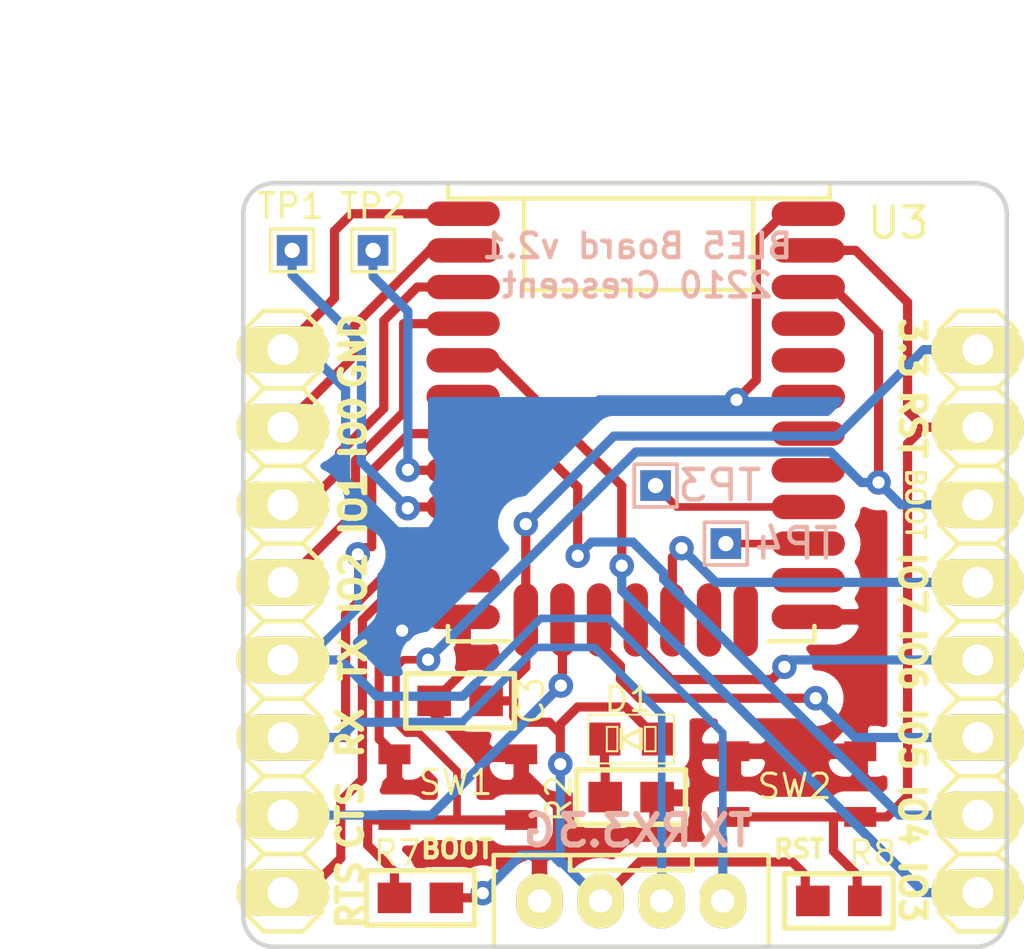
<source format=kicad_pcb>
(kicad_pcb (version 20171130) (host pcbnew "(5.1.2)-1")

  (general
    (thickness 1.6)
    (drawings 34)
    (tracks 272)
    (zones 0)
    (modules 15)
    (nets 22)
  )

  (page A4)
  (title_block
    (title BLE)
    (date 2022-10-08)
    (rev v2.1)
    (company Crescent)
  )

  (layers
    (0 F.Cu signal)
    (31 B.Cu signal)
    (32 B.Adhes user)
    (33 F.Adhes user)
    (34 B.Paste user)
    (35 F.Paste user)
    (36 B.SilkS user)
    (37 F.SilkS user)
    (38 B.Mask user)
    (39 F.Mask user)
    (40 Dwgs.User user)
    (41 Cmts.User user)
    (42 Eco1.User user)
    (43 Eco2.User user)
    (44 Edge.Cuts user)
    (45 Margin user)
    (46 B.CrtYd user hide)
    (47 F.CrtYd user)
    (48 B.Fab user hide)
    (49 F.Fab user hide)
  )

  (setup
    (last_trace_width 0.25)
    (trace_clearance 0.22)
    (zone_clearance 0.508)
    (zone_45_only no)
    (trace_min 0.2)
    (via_size 0.8)
    (via_drill 0.4)
    (via_min_size 0.8)
    (via_min_drill 0.3)
    (uvia_size 0.3)
    (uvia_drill 0.1)
    (uvias_allowed no)
    (uvia_min_size 0.2)
    (uvia_min_drill 0.1)
    (edge_width 0.15)
    (segment_width 0.2)
    (pcb_text_width 0.3)
    (pcb_text_size 1.5 1.5)
    (mod_edge_width 0.15)
    (mod_text_size 1 1)
    (mod_text_width 0.15)
    (pad_size 1 1)
    (pad_drill 0.5)
    (pad_to_mask_clearance 0.2)
    (solder_mask_min_width 0.25)
    (aux_axis_origin 0 0)
    (visible_elements 7FFFFF7F)
    (pcbplotparams
      (layerselection 0x010fc_ffffffff)
      (usegerberextensions true)
      (usegerberattributes false)
      (usegerberadvancedattributes false)
      (creategerberjobfile false)
      (excludeedgelayer true)
      (linewidth 0.050000)
      (plotframeref false)
      (viasonmask false)
      (mode 1)
      (useauxorigin false)
      (hpglpennumber 1)
      (hpglpenspeed 20)
      (hpglpendiameter 15.000000)
      (psnegative false)
      (psa4output false)
      (plotreference true)
      (plotvalue true)
      (plotinvisibletext false)
      (padsonsilk false)
      (subtractmaskfromsilk true)
      (outputformat 1)
      (mirror false)
      (drillshape 0)
      (scaleselection 1)
      (outputdirectory "GERBER/"))
  )

  (net 0 "")
  (net 1 GND)
  (net 2 +3V3)
  (net 3 "Net-(D1-PadK)")
  (net 4 /RST)
  (net 5 /BLE_TX)
  (net 6 /BLE_RX)
  (net 7 /GPIO0)
  (net 8 /GPIO1)
  (net 9 /GPIO2)
  (net 10 /CTS)
  (net 11 /RTS)
  (net 12 /BOOT)
  (net 13 /GPIO7)
  (net 14 /GPIO6)
  (net 15 /GPIO5)
  (net 16 /GPIO4)
  (net 17 /GPIO3)
  (net 18 "Net-(TP1-Pad1)")
  (net 19 "Net-(TP2-Pad1)")
  (net 20 "Net-(TP3-Pad1)")
  (net 21 "Net-(TP4-Pad1)")

  (net_class Default "これは標準のネット クラスです。"
    (clearance 0.22)
    (trace_width 0.25)
    (via_dia 0.8)
    (via_drill 0.4)
    (uvia_dia 0.3)
    (uvia_drill 0.1)
    (add_net +3V3)
    (add_net /BLE_RX)
    (add_net /BLE_TX)
    (add_net /BOOT)
    (add_net /CTS)
    (add_net /GPIO0)
    (add_net /GPIO1)
    (add_net /GPIO2)
    (add_net /GPIO3)
    (add_net /GPIO4)
    (add_net /GPIO5)
    (add_net /GPIO6)
    (add_net /GPIO7)
    (add_net /RST)
    (add_net /RTS)
    (add_net GND)
    (add_net "Net-(D1-PadK)")
    (add_net "Net-(TP1-Pad1)")
    (add_net "Net-(TP2-Pad1)")
    (add_net "Net-(TP3-Pad1)")
    (add_net "Net-(TP4-Pad1)")
  )

  (module TestPoint:TestPoint_THTPad_1.0x1.0mm_Drill0.5mm (layer B.Cu) (tedit 6340E385) (tstamp 6340F762)
    (at 128.8 50.8)
    (descr "THT rectangular pad as test Point, square 1.0mm side length, hole diameter 0.5mm")
    (tags "test point THT pad rectangle square")
    (path /63411683)
    (attr virtual)
    (fp_text reference TP4 (at 2.3 0) (layer B.SilkS)
      (effects (font (size 1 1) (thickness 0.15)) (justify mirror))
    )
    (fp_text value PTI_FRAME (at 0 -1.55) (layer B.Fab)
      (effects (font (size 1 1) (thickness 0.15)) (justify mirror))
    )
    (fp_line (start 1 -1) (end -1 -1) (layer B.CrtYd) (width 0.05))
    (fp_line (start 1 -1) (end 1 1) (layer B.CrtYd) (width 0.05))
    (fp_line (start -1 1) (end -1 -1) (layer B.CrtYd) (width 0.05))
    (fp_line (start -1 1) (end 1 1) (layer B.CrtYd) (width 0.05))
    (fp_line (start -0.7 -0.7) (end -0.7 0.7) (layer B.SilkS) (width 0.12))
    (fp_line (start 0.7 -0.7) (end -0.7 -0.7) (layer B.SilkS) (width 0.12))
    (fp_line (start 0.7 0.7) (end 0.7 -0.7) (layer B.SilkS) (width 0.12))
    (fp_line (start -0.7 0.7) (end 0.7 0.7) (layer B.SilkS) (width 0.12))
    (fp_text user %R (at 0 1.45) (layer B.Fab)
      (effects (font (size 1 1) (thickness 0.15)) (justify mirror))
    )
    (pad 1 thru_hole rect (at 0 0) (size 1 1) (drill 0.5) (layers *.Cu B.Mask)
      (net 21 "Net-(TP4-Pad1)"))
  )

  (module TestPoint:TestPoint_THTPad_1.0x1.0mm_Drill0.5mm (layer B.Cu) (tedit 6340E37D) (tstamp 6340E8DA)
    (at 126.5 48.9)
    (descr "THT rectangular pad as test Point, square 1.0mm side length, hole diameter 0.5mm")
    (tags "test point THT pad rectangle square")
    (path /634108E8)
    (attr virtual)
    (fp_text reference TP3 (at 2.1 0) (layer B.SilkS)
      (effects (font (size 1 1) (thickness 0.15)) (justify mirror))
    )
    (fp_text value PTI_DATA (at 0 -1.55) (layer B.Fab)
      (effects (font (size 1 1) (thickness 0.15)) (justify mirror))
    )
    (fp_line (start 1 -1) (end -1 -1) (layer B.CrtYd) (width 0.05))
    (fp_line (start 1 -1) (end 1 1) (layer B.CrtYd) (width 0.05))
    (fp_line (start -1 1) (end -1 -1) (layer B.CrtYd) (width 0.05))
    (fp_line (start -1 1) (end 1 1) (layer B.CrtYd) (width 0.05))
    (fp_line (start -0.7 -0.7) (end -0.7 0.7) (layer B.SilkS) (width 0.12))
    (fp_line (start 0.7 -0.7) (end -0.7 -0.7) (layer B.SilkS) (width 0.12))
    (fp_line (start 0.7 0.7) (end 0.7 -0.7) (layer B.SilkS) (width 0.12))
    (fp_line (start -0.7 0.7) (end 0.7 0.7) (layer B.SilkS) (width 0.12))
    (fp_text user %R (at 0 1.45) (layer B.Fab)
      (effects (font (size 1 1) (thickness 0.15)) (justify mirror))
    )
    (pad 1 thru_hole rect (at 0 0) (size 1 1) (drill 0.5) (layers *.Cu B.Mask)
      (net 20 "Net-(TP3-Pad1)"))
  )

  (module ble:bgm13p-smd locked (layer F.Cu) (tedit 5C7E887A) (tstamp 6338C01A)
    (at 120.2 40)
    (path /6338A3E4)
    (fp_text reference U3 (at 14.25 0.3) (layer F.SilkS)
      (effects (font (size 1 1) (thickness 0.15)))
    )
    (fp_text value LyraP (at 6 5.5) (layer F.Fab)
      (effects (font (size 1 1) (thickness 0.15)))
    )
    (fp_line (start 11.5 14) (end 11.5 13.5) (layer F.SilkS) (width 0.15))
    (fp_line (start -0.5 14) (end -0.5 13.5) (layer F.SilkS) (width 0.15))
    (fp_line (start -0.5 -1) (end -0.5 -0.5) (layer F.SilkS) (width 0.15))
    (fp_line (start 12 -1) (end -0.5 -1) (layer F.SilkS) (width 0.15))
    (fp_line (start 12 -0.5) (end 12 -1) (layer F.SilkS) (width 0.15))
    (fp_line (start 2 -0.5) (end -0.5 -0.5) (layer F.SilkS) (width 0.15))
    (fp_line (start 12 -0.5) (end 9.5 -0.5) (layer F.SilkS) (width 0.15))
    (fp_line (start 10 14) (end 11.5 14) (layer F.SilkS) (width 0.15))
    (fp_line (start -0.5 14) (end 1.5 14) (layer F.SilkS) (width 0.15))
    (fp_line (start 9.5 -0.5) (end 2 -0.5) (layer F.SilkS) (width 0.15))
    (fp_line (start 9.5 2.5) (end 9.5 -0.5) (layer F.SilkS) (width 0.15))
    (fp_line (start 2 2.5) (end 9.5 2.5) (layer F.SilkS) (width 0.15))
    (fp_line (start 2 -0.5) (end 2 2.5) (layer F.SilkS) (width 0.15))
    (pad 31 smd oval (at 11.3 0) (size 2.4 0.8) (layers F.Cu F.Paste F.Mask)
      (net 1 GND))
    (pad 30 smd oval (at 11.3 1.2) (size 2.4 0.8) (layers F.Cu F.Paste F.Mask)
      (net 4 /RST))
    (pad 29 smd oval (at 11.3 2.4) (size 2.4 0.8) (layers F.Cu F.Paste F.Mask)
      (net 12 /BOOT))
    (pad 28 smd oval (at 11.3 3.6) (size 2.4 0.8) (layers F.Cu F.Paste F.Mask))
    (pad 27 smd oval (at 11.3 4.8) (size 2.4 0.8) (layers F.Cu F.Paste F.Mask))
    (pad 26 smd oval (at 11.3 6) (size 2.4 0.8) (layers F.Cu F.Paste F.Mask))
    (pad 25 smd oval (at 11.3 7.2) (size 2.4 0.8) (layers F.Cu F.Paste F.Mask))
    (pad 24 smd oval (at 11.3 8.4) (size 2.4 0.8) (layers F.Cu F.Paste F.Mask))
    (pad 23 smd oval (at 11.3 9.6) (size 2.4 0.8) (layers F.Cu F.Paste F.Mask)
      (net 20 "Net-(TP3-Pad1)"))
    (pad 22 smd oval (at 11.3 10.8) (size 2.4 0.8) (layers F.Cu F.Paste F.Mask)
      (net 21 "Net-(TP4-Pad1)"))
    (pad 21 smd oval (at 11.3 12) (size 2.4 0.8) (layers F.Cu F.Paste F.Mask))
    (pad 20 smd oval (at 11.3 13.2) (size 2.4 0.8) (layers F.Cu F.Paste F.Mask)
      (net 1 GND))
    (pad 19 smd oval (at 9.25 13.3 90) (size 2.4 0.8) (layers F.Cu F.Paste F.Mask))
    (pad 18 smd oval (at 8.05 13.3 90) (size 2.4 0.8) (layers F.Cu F.Paste F.Mask))
    (pad 17 smd oval (at 6.85 13.3 90) (size 2.4 0.8) (layers F.Cu F.Paste F.Mask)
      (net 13 /GPIO7))
    (pad 16 smd oval (at 5.65 13.3 90) (size 2.4 0.8) (layers F.Cu F.Paste F.Mask)
      (net 14 /GPIO6))
    (pad 15 smd oval (at 4.45 13.3 90) (size 2.4 0.8) (layers F.Cu F.Paste F.Mask)
      (net 15 /GPIO5))
    (pad 14 smd oval (at 3.25 13.3 90) (size 2.4 0.8) (layers F.Cu F.Paste F.Mask)
      (net 10 /CTS))
    (pad 13 smd oval (at 2.05 13.3 90) (size 2.4 0.8) (layers F.Cu F.Paste F.Mask)
      (net 2 +3V3))
    (pad 12 smd oval (at 0 13.2) (size 2.4 0.8) (layers F.Cu F.Paste F.Mask)
      (net 1 GND))
    (pad 11 smd oval (at 0 12) (size 2.4 0.8) (layers F.Cu F.Paste F.Mask)
      (net 11 /RTS))
    (pad 10 smd oval (at 0 10.8) (size 2.4 0.8) (layers F.Cu F.Paste F.Mask)
      (net 6 /BLE_RX))
    (pad 9 smd oval (at 0 9.6) (size 2.4 0.8) (layers F.Cu F.Paste F.Mask)
      (net 18 "Net-(TP1-Pad1)"))
    (pad 8 smd oval (at 0 8.4) (size 2.4 0.8) (layers F.Cu F.Paste F.Mask)
      (net 19 "Net-(TP2-Pad1)"))
    (pad 7 smd oval (at 0 7.2) (size 2.4 0.8) (layers F.Cu F.Paste F.Mask)
      (net 5 /BLE_TX))
    (pad 6 smd oval (at 0 6) (size 2.4 0.8) (layers F.Cu F.Paste F.Mask)
      (net 16 /GPIO4))
    (pad 5 smd oval (at 0 4.8) (size 2.4 0.8) (layers F.Cu F.Paste F.Mask)
      (net 17 /GPIO3))
    (pad 4 smd oval (at 0 3.6) (size 2.4 0.8) (layers F.Cu F.Paste F.Mask)
      (net 9 /GPIO2))
    (pad 3 smd oval (at 0 2.4) (size 2.4 0.8) (layers F.Cu F.Paste F.Mask)
      (net 8 /GPIO1))
    (pad 2 smd oval (at 0 1.2) (size 2.4 0.8) (layers F.Cu F.Paste F.Mask)
      (net 7 /GPIO0))
    (pad 1 smd oval (at 0 0) (size 2.4 0.8) (layers F.Cu F.Paste F.Mask)
      (net 1 GND))
  )

  (module TestPoint:TestPoint_THTPad_1.0x1.0mm_Drill0.5mm (layer F.Cu) (tedit 5A0F774F) (tstamp 6338BFEA)
    (at 117.25 41.2)
    (descr "THT rectangular pad as test Point, square 1.0mm side length, hole diameter 0.5mm")
    (tags "test point THT pad rectangle square")
    (path /634080D6)
    (attr virtual)
    (fp_text reference TP2 (at 0 -1.45) (layer F.SilkS)
      (effects (font (size 0.8 0.8) (thickness 0.12)))
    )
    (fp_text value SWCLK (at 0 1.55) (layer F.Fab)
      (effects (font (size 1 1) (thickness 0.15)))
    )
    (fp_line (start 1 1) (end -1 1) (layer F.CrtYd) (width 0.05))
    (fp_line (start 1 1) (end 1 -1) (layer F.CrtYd) (width 0.05))
    (fp_line (start -1 -1) (end -1 1) (layer F.CrtYd) (width 0.05))
    (fp_line (start -1 -1) (end 1 -1) (layer F.CrtYd) (width 0.05))
    (fp_line (start -0.7 0.7) (end -0.7 -0.7) (layer F.SilkS) (width 0.12))
    (fp_line (start 0.7 0.7) (end -0.7 0.7) (layer F.SilkS) (width 0.12))
    (fp_line (start 0.7 -0.7) (end 0.7 0.7) (layer F.SilkS) (width 0.12))
    (fp_line (start -0.7 -0.7) (end 0.7 -0.7) (layer F.SilkS) (width 0.12))
    (fp_text user %R (at 0 -1.45) (layer F.Fab)
      (effects (font (size 1 1) (thickness 0.15)))
    )
    (pad 1 thru_hole rect (at 0 0) (size 1 1) (drill 0.5) (layers *.Cu *.Mask)
      (net 19 "Net-(TP2-Pad1)"))
  )

  (module TestPoint:TestPoint_THTPad_1.0x1.0mm_Drill0.5mm (layer F.Cu) (tedit 5A0F774F) (tstamp 6338BFDC)
    (at 114.6 41.2)
    (descr "THT rectangular pad as test Point, square 1.0mm side length, hole diameter 0.5mm")
    (tags "test point THT pad rectangle square")
    (path /63409426)
    (attr virtual)
    (fp_text reference TP1 (at -0.05 -1.45) (layer F.SilkS)
      (effects (font (size 0.8 0.8) (thickness 0.12)))
    )
    (fp_text value SWDIO (at 0 1.55) (layer F.Fab)
      (effects (font (size 1 1) (thickness 0.15)))
    )
    (fp_line (start 1 1) (end -1 1) (layer F.CrtYd) (width 0.05))
    (fp_line (start 1 1) (end 1 -1) (layer F.CrtYd) (width 0.05))
    (fp_line (start -1 -1) (end -1 1) (layer F.CrtYd) (width 0.05))
    (fp_line (start -1 -1) (end 1 -1) (layer F.CrtYd) (width 0.05))
    (fp_line (start -0.7 0.7) (end -0.7 -0.7) (layer F.SilkS) (width 0.12))
    (fp_line (start 0.7 0.7) (end -0.7 0.7) (layer F.SilkS) (width 0.12))
    (fp_line (start 0.7 -0.7) (end 0.7 0.7) (layer F.SilkS) (width 0.12))
    (fp_line (start -0.7 -0.7) (end 0.7 -0.7) (layer F.SilkS) (width 0.12))
    (fp_text user %R (at 0 -1.45) (layer F.Fab)
      (effects (font (size 1 1) (thickness 0.15)))
    )
    (pad 1 thru_hole rect (at 0 0) (size 1 1) (drill 0.5) (layers *.Cu *.Mask)
      (net 18 "Net-(TP1-Pad1)"))
  )

  (module smt:C-0603 (layer F.Cu) (tedit 5BDD9D5F) (tstamp 5BE2CED9)
    (at 120.1 55.95 180)
    (descr "0603 (1608 metric)")
    (tags "smt 0603")
    (path /5BDAE5DF)
    (fp_text reference C3 (at -2.8 0.85 90) (layer F.SilkS)
      (effects (font (size 0.8 0.8) (thickness 0.1)) (justify right bottom))
    )
    (fp_text value 0.1u (at 0 2.032) (layer F.SilkS) hide
      (effects (font (size 1 1) (thickness 0.18)))
    )
    (fp_line (start -1.778 0.889) (end -1.778 -0.889) (layer F.SilkS) (width 0.18))
    (fp_line (start 1.778 0.889) (end -1.778 0.889) (layer F.SilkS) (width 0.18))
    (fp_line (start 1.778 -0.889) (end 1.778 0.889) (layer F.SilkS) (width 0.18))
    (fp_line (start -1.778 -0.889) (end 1.778 -0.889) (layer F.SilkS) (width 0.18))
    (fp_line (start -1.778 0.889) (end -1.778 -0.889) (layer F.CrtYd) (width 0.05))
    (fp_line (start 1.778 0.889) (end -1.778 0.889) (layer F.CrtYd) (width 0.05))
    (fp_line (start 1.778 -0.889) (end 1.778 0.889) (layer F.CrtYd) (width 0.05))
    (fp_line (start -1.778 -0.889) (end 1.778 -0.889) (layer F.CrtYd) (width 0.05))
    (fp_line (start -0.762 0.381) (end -0.762 -0.381) (layer Dwgs.User) (width 0.05))
    (fp_line (start 0.762 0.381) (end -0.762 0.381) (layer Dwgs.User) (width 0.05))
    (fp_line (start 0.762 -0.381) (end 0.762 0.381) (layer Dwgs.User) (width 0.05))
    (fp_line (start -0.762 -0.381) (end 0.762 -0.381) (layer Dwgs.User) (width 0.05))
    (pad 2 smd rect (at 0.85 0 180) (size 1.1 1) (layers F.Cu F.Paste F.Mask)
      (net 1 GND))
    (pad 1 smd rect (at -0.85 0 180) (size 1.1 1) (layers F.Cu F.Paste F.Mask)
      (net 2 +3V3))
    (model smt.pretty/C-0603.wrl
      (at (xyz 0 0 0))
      (scale (xyz 1 1 0.8))
      (rotate (xyz 0 0 0))
    )
  )

  (module smt:R-0603 (layer F.Cu) (tedit 5CCC4A20) (tstamp 5BE2D0E1)
    (at 125.7 59.1)
    (descr "0603 (1608 metric)")
    (tags "smt 0603")
    (path /5A749FB6)
    (fp_text reference R2 (at -1.9 0.9 270) (layer F.SilkS)
      (effects (font (size 0.8 0.8) (thickness 0.1)) (justify left bottom))
    )
    (fp_text value 1k (at 0 2.032) (layer F.SilkS) hide
      (effects (font (size 1 1) (thickness 0.18)))
    )
    (fp_line (start -0.762 -0.381) (end 0.762 -0.381) (layer Dwgs.User) (width 0.05))
    (fp_line (start 0.762 -0.381) (end 0.762 0.381) (layer Dwgs.User) (width 0.05))
    (fp_line (start 0.762 0.381) (end -0.762 0.381) (layer Dwgs.User) (width 0.05))
    (fp_line (start -0.762 0.381) (end -0.762 -0.381) (layer Dwgs.User) (width 0.05))
    (fp_line (start -1.778 -0.889) (end 1.778 -0.889) (layer F.CrtYd) (width 0.05))
    (fp_line (start 1.778 -0.889) (end 1.778 0.889) (layer F.CrtYd) (width 0.05))
    (fp_line (start 1.778 0.889) (end -1.778 0.889) (layer F.CrtYd) (width 0.05))
    (fp_line (start -1.778 0.889) (end -1.778 -0.889) (layer F.CrtYd) (width 0.05))
    (fp_line (start -1.778 -0.889) (end 1.778 -0.889) (layer F.SilkS) (width 0.18))
    (fp_line (start 1.778 -0.889) (end 1.778 0.889) (layer F.SilkS) (width 0.18))
    (fp_line (start 1.778 0.889) (end -1.778 0.889) (layer F.SilkS) (width 0.18))
    (fp_line (start -1.778 0.889) (end -1.778 -0.889) (layer F.SilkS) (width 0.18))
    (pad 1 smd rect (at -0.85 0) (size 1.1 1) (layers F.Cu F.Paste F.Mask)
      (net 3 "Net-(D1-PadK)"))
    (pad 2 smd rect (at 0.85 0) (size 1.1 1) (layers F.Cu F.Paste F.Mask)
      (net 1 GND))
    (model smt.pretty/R-0603.wrl
      (at (xyz 0 0 0))
      (scale (xyz 1 1 1))
      (rotate (xyz 0 0 0))
    )
  )

  (module LED:generic-LED1608 (layer F.Cu) (tedit 5CCC49D0) (tstamp 5CB54055)
    (at 125.7 57.2 180)
    (descr "1608M 0603")
    (tags "1608M 0603")
    (path /5BEA332A)
    (attr smd)
    (fp_text reference D1 (at 0.1 1.3 180) (layer F.SilkS)
      (effects (font (size 0.8 0.8) (thickness 0.1)))
    )
    (fp_text value LED (at 1.27 -1.27 180) (layer F.SilkS) hide
      (effects (font (size 1.016 1.016) (thickness 0.0762)))
    )
    (fp_line (start -0.79756 0.39878) (end -0.44958 0.39878) (layer F.SilkS) (width 0.06604))
    (fp_line (start -0.44958 0.39878) (end -0.44958 -0.39878) (layer F.SilkS) (width 0.06604))
    (fp_line (start -0.79756 -0.39878) (end -0.44958 -0.39878) (layer F.SilkS) (width 0.06604))
    (fp_line (start -0.79756 0.39878) (end -0.79756 -0.39878) (layer F.SilkS) (width 0.06604))
    (fp_line (start 0.44958 0.39878) (end 0.79756 0.39878) (layer F.SilkS) (width 0.06604))
    (fp_line (start 0.79756 0.39878) (end 0.79756 -0.39878) (layer F.SilkS) (width 0.06604))
    (fp_line (start 0.44958 -0.39878) (end 0.79756 -0.39878) (layer F.SilkS) (width 0.06604))
    (fp_line (start 0.44958 0.39878) (end 0.44958 -0.39878) (layer F.SilkS) (width 0.06604))
    (fp_line (start -1.39954 0.79756) (end 1.39954 0.79756) (layer F.SilkS) (width 0.06604))
    (fp_line (start 1.39954 0.79756) (end 1.39954 -0.79756) (layer F.SilkS) (width 0.06604))
    (fp_line (start -1.39954 -0.79756) (end 1.39954 -0.79756) (layer F.SilkS) (width 0.06604))
    (fp_line (start -1.39954 0.79756) (end -1.39954 -0.79756) (layer F.SilkS) (width 0.06604))
    (fp_line (start 0.3175 -0.3175) (end 0.3175 0.3175) (layer F.SilkS) (width 0.127))
    (fp_line (start 0.3175 0) (end -0.3175 -0.3175) (layer F.SilkS) (width 0.127))
    (fp_line (start -0.3175 -0.3175) (end -0.3175 0.3175) (layer F.SilkS) (width 0.127))
    (fp_line (start -0.3175 0.3175) (end 0.3175 0) (layer F.SilkS) (width 0.127))
    (pad A smd rect (at -0.87376 0 180) (size 1.04902 1.0795) (layers F.Cu F.Paste F.Mask)
      (net 2 +3V3))
    (pad K smd rect (at 0.87376 0 180) (size 1.04902 1.0795) (layers F.Cu F.Paste F.Mask)
      (net 3 "Net-(D1-PadK)"))
  )

  (module pin-head:pinhead-1X08 locked (layer F.Cu) (tedit 5CB13FE4) (tstamp 5CB5489F)
    (at 114.3 53.34 270)
    (descr "PIN HEADER")
    (tags "PIN HEADER")
    (path /5E2EDF21)
    (attr virtual)
    (fp_text reference P1 (at -6.52 2.5 270) (layer F.SilkS) hide
      (effects (font (size 1.27 1.27) (thickness 0.127)))
    )
    (fp_text value CONN_01X08 (at -6.35 2.54 270) (layer F.SilkS) hide
      (effects (font (size 1.27 1.27) (thickness 0.1016)))
    )
    (fp_line (start 6.096 0.254) (end 6.604 0.254) (layer F.SilkS) (width 0.06604))
    (fp_line (start 6.604 0.254) (end 6.604 -0.254) (layer F.SilkS) (width 0.06604))
    (fp_line (start 6.096 -0.254) (end 6.604 -0.254) (layer F.SilkS) (width 0.06604))
    (fp_line (start 6.096 0.254) (end 6.096 -0.254) (layer F.SilkS) (width 0.06604))
    (fp_line (start 3.556 0.254) (end 4.064 0.254) (layer F.SilkS) (width 0.06604))
    (fp_line (start 4.064 0.254) (end 4.064 -0.254) (layer F.SilkS) (width 0.06604))
    (fp_line (start 3.556 -0.254) (end 4.064 -0.254) (layer F.SilkS) (width 0.06604))
    (fp_line (start 3.556 0.254) (end 3.556 -0.254) (layer F.SilkS) (width 0.06604))
    (fp_line (start 1.016 0.254) (end 1.524 0.254) (layer F.SilkS) (width 0.06604))
    (fp_line (start 1.524 0.254) (end 1.524 -0.254) (layer F.SilkS) (width 0.06604))
    (fp_line (start 1.016 -0.254) (end 1.524 -0.254) (layer F.SilkS) (width 0.06604))
    (fp_line (start 1.016 0.254) (end 1.016 -0.254) (layer F.SilkS) (width 0.06604))
    (fp_line (start -1.524 0.254) (end -1.016 0.254) (layer F.SilkS) (width 0.06604))
    (fp_line (start -1.016 0.254) (end -1.016 -0.254) (layer F.SilkS) (width 0.06604))
    (fp_line (start -1.524 -0.254) (end -1.016 -0.254) (layer F.SilkS) (width 0.06604))
    (fp_line (start -1.524 0.254) (end -1.524 -0.254) (layer F.SilkS) (width 0.06604))
    (fp_line (start -4.064 0.254) (end -3.556 0.254) (layer F.SilkS) (width 0.06604))
    (fp_line (start -3.556 0.254) (end -3.556 -0.254) (layer F.SilkS) (width 0.06604))
    (fp_line (start -4.064 -0.254) (end -3.556 -0.254) (layer F.SilkS) (width 0.06604))
    (fp_line (start -4.064 0.254) (end -4.064 -0.254) (layer F.SilkS) (width 0.06604))
    (fp_line (start -6.604 0.254) (end -6.096 0.254) (layer F.SilkS) (width 0.06604))
    (fp_line (start -6.096 0.254) (end -6.096 -0.254) (layer F.SilkS) (width 0.06604))
    (fp_line (start -6.604 -0.254) (end -6.096 -0.254) (layer F.SilkS) (width 0.06604))
    (fp_line (start -6.604 0.254) (end -6.604 -0.254) (layer F.SilkS) (width 0.06604))
    (fp_line (start -9.144 0.254) (end -8.636 0.254) (layer F.SilkS) (width 0.06604))
    (fp_line (start -8.636 0.254) (end -8.636 -0.254) (layer F.SilkS) (width 0.06604))
    (fp_line (start -9.144 -0.254) (end -8.636 -0.254) (layer F.SilkS) (width 0.06604))
    (fp_line (start -9.144 0.254) (end -9.144 -0.254) (layer F.SilkS) (width 0.06604))
    (fp_line (start 8.636 0.254) (end 9.144 0.254) (layer F.SilkS) (width 0.06604))
    (fp_line (start 9.144 0.254) (end 9.144 -0.254) (layer F.SilkS) (width 0.06604))
    (fp_line (start 8.636 -0.254) (end 9.144 -0.254) (layer F.SilkS) (width 0.06604))
    (fp_line (start 8.636 0.254) (end 8.636 -0.254) (layer F.SilkS) (width 0.06604))
    (fp_line (start 5.715 -1.27) (end 6.985 -1.27) (layer F.SilkS) (width 0.1524))
    (fp_line (start 6.985 -1.27) (end 7.62 -0.635) (layer F.SilkS) (width 0.1524))
    (fp_line (start 7.62 -0.635) (end 7.62 0.635) (layer F.SilkS) (width 0.1524))
    (fp_line (start 7.62 0.635) (end 6.985 1.27) (layer F.SilkS) (width 0.1524))
    (fp_line (start 2.54 -0.635) (end 3.175 -1.27) (layer F.SilkS) (width 0.1524))
    (fp_line (start 3.175 -1.27) (end 4.445 -1.27) (layer F.SilkS) (width 0.1524))
    (fp_line (start 4.445 -1.27) (end 5.08 -0.635) (layer F.SilkS) (width 0.1524))
    (fp_line (start 5.08 -0.635) (end 5.08 0.635) (layer F.SilkS) (width 0.1524))
    (fp_line (start 5.08 0.635) (end 4.445 1.27) (layer F.SilkS) (width 0.1524))
    (fp_line (start 4.445 1.27) (end 3.175 1.27) (layer F.SilkS) (width 0.1524))
    (fp_line (start 3.175 1.27) (end 2.54 0.635) (layer F.SilkS) (width 0.1524))
    (fp_line (start 5.715 -1.27) (end 5.08 -0.635) (layer F.SilkS) (width 0.1524))
    (fp_line (start 5.08 0.635) (end 5.715 1.27) (layer F.SilkS) (width 0.1524))
    (fp_line (start 6.985 1.27) (end 5.715 1.27) (layer F.SilkS) (width 0.1524))
    (fp_line (start -1.905 -1.27) (end -0.635 -1.27) (layer F.SilkS) (width 0.1524))
    (fp_line (start -0.635 -1.27) (end 0 -0.635) (layer F.SilkS) (width 0.1524))
    (fp_line (start 0 -0.635) (end 0 0.635) (layer F.SilkS) (width 0.1524))
    (fp_line (start 0 0.635) (end -0.635 1.27) (layer F.SilkS) (width 0.1524))
    (fp_line (start 0 -0.635) (end 0.635 -1.27) (layer F.SilkS) (width 0.1524))
    (fp_line (start 0.635 -1.27) (end 1.905 -1.27) (layer F.SilkS) (width 0.1524))
    (fp_line (start 1.905 -1.27) (end 2.54 -0.635) (layer F.SilkS) (width 0.1524))
    (fp_line (start 2.54 -0.635) (end 2.54 0.635) (layer F.SilkS) (width 0.1524))
    (fp_line (start 2.54 0.635) (end 1.905 1.27) (layer F.SilkS) (width 0.1524))
    (fp_line (start 1.905 1.27) (end 0.635 1.27) (layer F.SilkS) (width 0.1524))
    (fp_line (start 0.635 1.27) (end 0 0.635) (layer F.SilkS) (width 0.1524))
    (fp_line (start -5.08 -0.635) (end -4.445 -1.27) (layer F.SilkS) (width 0.1524))
    (fp_line (start -4.445 -1.27) (end -3.175 -1.27) (layer F.SilkS) (width 0.1524))
    (fp_line (start -3.175 -1.27) (end -2.54 -0.635) (layer F.SilkS) (width 0.1524))
    (fp_line (start -2.54 -0.635) (end -2.54 0.635) (layer F.SilkS) (width 0.1524))
    (fp_line (start -2.54 0.635) (end -3.175 1.27) (layer F.SilkS) (width 0.1524))
    (fp_line (start -3.175 1.27) (end -4.445 1.27) (layer F.SilkS) (width 0.1524))
    (fp_line (start -4.445 1.27) (end -5.08 0.635) (layer F.SilkS) (width 0.1524))
    (fp_line (start -1.905 -1.27) (end -2.54 -0.635) (layer F.SilkS) (width 0.1524))
    (fp_line (start -2.54 0.635) (end -1.905 1.27) (layer F.SilkS) (width 0.1524))
    (fp_line (start -0.635 1.27) (end -1.905 1.27) (layer F.SilkS) (width 0.1524))
    (fp_line (start -9.525 -1.27) (end -8.255 -1.27) (layer F.SilkS) (width 0.1524))
    (fp_line (start -8.255 -1.27) (end -7.62 -0.635) (layer F.SilkS) (width 0.1524))
    (fp_line (start -7.62 -0.635) (end -7.62 0.635) (layer F.SilkS) (width 0.1524))
    (fp_line (start -7.62 0.635) (end -8.255 1.27) (layer F.SilkS) (width 0.1524))
    (fp_line (start -7.62 -0.635) (end -6.985 -1.27) (layer F.SilkS) (width 0.1524))
    (fp_line (start -6.985 -1.27) (end -5.715 -1.27) (layer F.SilkS) (width 0.1524))
    (fp_line (start -5.715 -1.27) (end -5.08 -0.635) (layer F.SilkS) (width 0.1524))
    (fp_line (start -5.08 -0.635) (end -5.08 0.635) (layer F.SilkS) (width 0.1524))
    (fp_line (start -5.08 0.635) (end -5.715 1.27) (layer F.SilkS) (width 0.1524))
    (fp_line (start -5.715 1.27) (end -6.985 1.27) (layer F.SilkS) (width 0.1524))
    (fp_line (start -6.985 1.27) (end -7.62 0.635) (layer F.SilkS) (width 0.1524))
    (fp_line (start -10.16 -0.635) (end -10.16 0.635) (layer F.SilkS) (width 0.1524))
    (fp_line (start -9.525 -1.27) (end -10.16 -0.635) (layer F.SilkS) (width 0.1524))
    (fp_line (start -10.16 0.635) (end -9.525 1.27) (layer F.SilkS) (width 0.1524))
    (fp_line (start -8.255 1.27) (end -9.525 1.27) (layer F.SilkS) (width 0.1524))
    (fp_line (start 8.255 -1.27) (end 9.525 -1.27) (layer F.SilkS) (width 0.1524))
    (fp_line (start 9.525 -1.27) (end 10.16 -0.635) (layer F.SilkS) (width 0.1524))
    (fp_line (start 10.16 -0.635) (end 10.16 0.635) (layer F.SilkS) (width 0.1524))
    (fp_line (start 10.16 0.635) (end 9.525 1.27) (layer F.SilkS) (width 0.1524))
    (fp_line (start 8.255 -1.27) (end 7.62 -0.635) (layer F.SilkS) (width 0.1524))
    (fp_line (start 7.62 0.635) (end 8.255 1.27) (layer F.SilkS) (width 0.1524))
    (fp_line (start 9.525 1.27) (end 8.255 1.27) (layer F.SilkS) (width 0.1524))
    (pad 1 thru_hole oval (at -8.89 0 90) (size 1.524 3.048) (drill 1.016) (layers *.Cu *.Paste *.Mask F.SilkS)
      (net 1 GND))
    (pad 2 thru_hole oval (at -6.35 0 90) (size 1.524 3.048) (drill 1.016) (layers *.Cu *.Paste *.Mask F.SilkS)
      (net 7 /GPIO0))
    (pad 3 thru_hole oval (at -3.81 0 90) (size 1.524 3.048) (drill 1.016) (layers *.Cu *.Paste *.Mask F.SilkS)
      (net 8 /GPIO1))
    (pad 4 thru_hole oval (at -1.27 0 90) (size 1.524 3.048) (drill 1.016) (layers *.Cu *.Paste *.Mask F.SilkS)
      (net 9 /GPIO2))
    (pad 5 thru_hole oval (at 1.27 0 90) (size 1.524 3.048) (drill 1.016) (layers *.Cu *.Paste *.Mask F.SilkS)
      (net 5 /BLE_TX))
    (pad 6 thru_hole oval (at 3.81 0 90) (size 1.524 3.048) (drill 1.016) (layers *.Cu *.Paste *.Mask F.SilkS)
      (net 6 /BLE_RX))
    (pad 7 thru_hole oval (at 6.35 0 90) (size 1.524 3.048) (drill 1.016) (layers *.Cu *.Paste *.Mask F.SilkS)
      (net 10 /CTS))
    (pad 8 thru_hole oval (at 8.89 0 90) (size 1.524 3.048) (drill 1.016) (layers *.Cu *.Paste *.Mask F.SilkS)
      (net 11 /RTS))
  )

  (module pin-head:pinhead-1X08 locked (layer F.Cu) (tedit 5CB1401C) (tstamp 5CB555EF)
    (at 137.05 53.34 90)
    (descr "PIN HEADER")
    (tags "PIN HEADER")
    (path /5CB1C480)
    (attr virtual)
    (fp_text reference P2 (at -7.0612 -2.4638 90) (layer F.SilkS) hide
      (effects (font (size 1.27 1.27) (thickness 0.127)))
    )
    (fp_text value CONN_01X08 (at -6.35 2.54 90) (layer F.SilkS) hide
      (effects (font (size 1.27 1.27) (thickness 0.1016)))
    )
    (fp_line (start 9.525 1.27) (end 8.255 1.27) (layer F.SilkS) (width 0.1524))
    (fp_line (start 7.62 0.635) (end 8.255 1.27) (layer F.SilkS) (width 0.1524))
    (fp_line (start 8.255 -1.27) (end 7.62 -0.635) (layer F.SilkS) (width 0.1524))
    (fp_line (start 10.16 0.635) (end 9.525 1.27) (layer F.SilkS) (width 0.1524))
    (fp_line (start 10.16 -0.635) (end 10.16 0.635) (layer F.SilkS) (width 0.1524))
    (fp_line (start 9.525 -1.27) (end 10.16 -0.635) (layer F.SilkS) (width 0.1524))
    (fp_line (start 8.255 -1.27) (end 9.525 -1.27) (layer F.SilkS) (width 0.1524))
    (fp_line (start -8.255 1.27) (end -9.525 1.27) (layer F.SilkS) (width 0.1524))
    (fp_line (start -10.16 0.635) (end -9.525 1.27) (layer F.SilkS) (width 0.1524))
    (fp_line (start -9.525 -1.27) (end -10.16 -0.635) (layer F.SilkS) (width 0.1524))
    (fp_line (start -10.16 -0.635) (end -10.16 0.635) (layer F.SilkS) (width 0.1524))
    (fp_line (start -6.985 1.27) (end -7.62 0.635) (layer F.SilkS) (width 0.1524))
    (fp_line (start -5.715 1.27) (end -6.985 1.27) (layer F.SilkS) (width 0.1524))
    (fp_line (start -5.08 0.635) (end -5.715 1.27) (layer F.SilkS) (width 0.1524))
    (fp_line (start -5.08 -0.635) (end -5.08 0.635) (layer F.SilkS) (width 0.1524))
    (fp_line (start -5.715 -1.27) (end -5.08 -0.635) (layer F.SilkS) (width 0.1524))
    (fp_line (start -6.985 -1.27) (end -5.715 -1.27) (layer F.SilkS) (width 0.1524))
    (fp_line (start -7.62 -0.635) (end -6.985 -1.27) (layer F.SilkS) (width 0.1524))
    (fp_line (start -7.62 0.635) (end -8.255 1.27) (layer F.SilkS) (width 0.1524))
    (fp_line (start -7.62 -0.635) (end -7.62 0.635) (layer F.SilkS) (width 0.1524))
    (fp_line (start -8.255 -1.27) (end -7.62 -0.635) (layer F.SilkS) (width 0.1524))
    (fp_line (start -9.525 -1.27) (end -8.255 -1.27) (layer F.SilkS) (width 0.1524))
    (fp_line (start -0.635 1.27) (end -1.905 1.27) (layer F.SilkS) (width 0.1524))
    (fp_line (start -2.54 0.635) (end -1.905 1.27) (layer F.SilkS) (width 0.1524))
    (fp_line (start -1.905 -1.27) (end -2.54 -0.635) (layer F.SilkS) (width 0.1524))
    (fp_line (start -4.445 1.27) (end -5.08 0.635) (layer F.SilkS) (width 0.1524))
    (fp_line (start -3.175 1.27) (end -4.445 1.27) (layer F.SilkS) (width 0.1524))
    (fp_line (start -2.54 0.635) (end -3.175 1.27) (layer F.SilkS) (width 0.1524))
    (fp_line (start -2.54 -0.635) (end -2.54 0.635) (layer F.SilkS) (width 0.1524))
    (fp_line (start -3.175 -1.27) (end -2.54 -0.635) (layer F.SilkS) (width 0.1524))
    (fp_line (start -4.445 -1.27) (end -3.175 -1.27) (layer F.SilkS) (width 0.1524))
    (fp_line (start -5.08 -0.635) (end -4.445 -1.27) (layer F.SilkS) (width 0.1524))
    (fp_line (start 0.635 1.27) (end 0 0.635) (layer F.SilkS) (width 0.1524))
    (fp_line (start 1.905 1.27) (end 0.635 1.27) (layer F.SilkS) (width 0.1524))
    (fp_line (start 2.54 0.635) (end 1.905 1.27) (layer F.SilkS) (width 0.1524))
    (fp_line (start 2.54 -0.635) (end 2.54 0.635) (layer F.SilkS) (width 0.1524))
    (fp_line (start 1.905 -1.27) (end 2.54 -0.635) (layer F.SilkS) (width 0.1524))
    (fp_line (start 0.635 -1.27) (end 1.905 -1.27) (layer F.SilkS) (width 0.1524))
    (fp_line (start 0 -0.635) (end 0.635 -1.27) (layer F.SilkS) (width 0.1524))
    (fp_line (start 0 0.635) (end -0.635 1.27) (layer F.SilkS) (width 0.1524))
    (fp_line (start 0 -0.635) (end 0 0.635) (layer F.SilkS) (width 0.1524))
    (fp_line (start -0.635 -1.27) (end 0 -0.635) (layer F.SilkS) (width 0.1524))
    (fp_line (start -1.905 -1.27) (end -0.635 -1.27) (layer F.SilkS) (width 0.1524))
    (fp_line (start 6.985 1.27) (end 5.715 1.27) (layer F.SilkS) (width 0.1524))
    (fp_line (start 5.08 0.635) (end 5.715 1.27) (layer F.SilkS) (width 0.1524))
    (fp_line (start 5.715 -1.27) (end 5.08 -0.635) (layer F.SilkS) (width 0.1524))
    (fp_line (start 3.175 1.27) (end 2.54 0.635) (layer F.SilkS) (width 0.1524))
    (fp_line (start 4.445 1.27) (end 3.175 1.27) (layer F.SilkS) (width 0.1524))
    (fp_line (start 5.08 0.635) (end 4.445 1.27) (layer F.SilkS) (width 0.1524))
    (fp_line (start 5.08 -0.635) (end 5.08 0.635) (layer F.SilkS) (width 0.1524))
    (fp_line (start 4.445 -1.27) (end 5.08 -0.635) (layer F.SilkS) (width 0.1524))
    (fp_line (start 3.175 -1.27) (end 4.445 -1.27) (layer F.SilkS) (width 0.1524))
    (fp_line (start 2.54 -0.635) (end 3.175 -1.27) (layer F.SilkS) (width 0.1524))
    (fp_line (start 7.62 0.635) (end 6.985 1.27) (layer F.SilkS) (width 0.1524))
    (fp_line (start 7.62 -0.635) (end 7.62 0.635) (layer F.SilkS) (width 0.1524))
    (fp_line (start 6.985 -1.27) (end 7.62 -0.635) (layer F.SilkS) (width 0.1524))
    (fp_line (start 5.715 -1.27) (end 6.985 -1.27) (layer F.SilkS) (width 0.1524))
    (fp_line (start 8.636 0.254) (end 8.636 -0.254) (layer F.SilkS) (width 0.06604))
    (fp_line (start 8.636 -0.254) (end 9.144 -0.254) (layer F.SilkS) (width 0.06604))
    (fp_line (start 9.144 0.254) (end 9.144 -0.254) (layer F.SilkS) (width 0.06604))
    (fp_line (start 8.636 0.254) (end 9.144 0.254) (layer F.SilkS) (width 0.06604))
    (fp_line (start -9.144 0.254) (end -9.144 -0.254) (layer F.SilkS) (width 0.06604))
    (fp_line (start -9.144 -0.254) (end -8.636 -0.254) (layer F.SilkS) (width 0.06604))
    (fp_line (start -8.636 0.254) (end -8.636 -0.254) (layer F.SilkS) (width 0.06604))
    (fp_line (start -9.144 0.254) (end -8.636 0.254) (layer F.SilkS) (width 0.06604))
    (fp_line (start -6.604 0.254) (end -6.604 -0.254) (layer F.SilkS) (width 0.06604))
    (fp_line (start -6.604 -0.254) (end -6.096 -0.254) (layer F.SilkS) (width 0.06604))
    (fp_line (start -6.096 0.254) (end -6.096 -0.254) (layer F.SilkS) (width 0.06604))
    (fp_line (start -6.604 0.254) (end -6.096 0.254) (layer F.SilkS) (width 0.06604))
    (fp_line (start -4.064 0.254) (end -4.064 -0.254) (layer F.SilkS) (width 0.06604))
    (fp_line (start -4.064 -0.254) (end -3.556 -0.254) (layer F.SilkS) (width 0.06604))
    (fp_line (start -3.556 0.254) (end -3.556 -0.254) (layer F.SilkS) (width 0.06604))
    (fp_line (start -4.064 0.254) (end -3.556 0.254) (layer F.SilkS) (width 0.06604))
    (fp_line (start -1.524 0.254) (end -1.524 -0.254) (layer F.SilkS) (width 0.06604))
    (fp_line (start -1.524 -0.254) (end -1.016 -0.254) (layer F.SilkS) (width 0.06604))
    (fp_line (start -1.016 0.254) (end -1.016 -0.254) (layer F.SilkS) (width 0.06604))
    (fp_line (start -1.524 0.254) (end -1.016 0.254) (layer F.SilkS) (width 0.06604))
    (fp_line (start 1.016 0.254) (end 1.016 -0.254) (layer F.SilkS) (width 0.06604))
    (fp_line (start 1.016 -0.254) (end 1.524 -0.254) (layer F.SilkS) (width 0.06604))
    (fp_line (start 1.524 0.254) (end 1.524 -0.254) (layer F.SilkS) (width 0.06604))
    (fp_line (start 1.016 0.254) (end 1.524 0.254) (layer F.SilkS) (width 0.06604))
    (fp_line (start 3.556 0.254) (end 3.556 -0.254) (layer F.SilkS) (width 0.06604))
    (fp_line (start 3.556 -0.254) (end 4.064 -0.254) (layer F.SilkS) (width 0.06604))
    (fp_line (start 4.064 0.254) (end 4.064 -0.254) (layer F.SilkS) (width 0.06604))
    (fp_line (start 3.556 0.254) (end 4.064 0.254) (layer F.SilkS) (width 0.06604))
    (fp_line (start 6.096 0.254) (end 6.096 -0.254) (layer F.SilkS) (width 0.06604))
    (fp_line (start 6.096 -0.254) (end 6.604 -0.254) (layer F.SilkS) (width 0.06604))
    (fp_line (start 6.604 0.254) (end 6.604 -0.254) (layer F.SilkS) (width 0.06604))
    (fp_line (start 6.096 0.254) (end 6.604 0.254) (layer F.SilkS) (width 0.06604))
    (pad 8 thru_hole oval (at 8.89 0 270) (size 1.524 3.048) (drill 1.016) (layers *.Cu *.Paste *.Mask F.SilkS)
      (net 2 +3V3))
    (pad 7 thru_hole oval (at 6.35 0 270) (size 1.524 3.048) (drill 1.016) (layers *.Cu *.Paste *.Mask F.SilkS)
      (net 4 /RST))
    (pad 6 thru_hole oval (at 3.81 0 270) (size 1.524 3.048) (drill 1.016) (layers *.Cu *.Paste *.Mask F.SilkS)
      (net 12 /BOOT))
    (pad 5 thru_hole oval (at 1.27 0 270) (size 1.524 3.048) (drill 1.016) (layers *.Cu *.Paste *.Mask F.SilkS)
      (net 13 /GPIO7))
    (pad 4 thru_hole oval (at -1.27 0 270) (size 1.524 3.048) (drill 1.016) (layers *.Cu *.Paste *.Mask F.SilkS)
      (net 14 /GPIO6))
    (pad 3 thru_hole oval (at -3.81 0 270) (size 1.524 3.048) (drill 1.016) (layers *.Cu *.Paste *.Mask F.SilkS)
      (net 15 /GPIO5))
    (pad 2 thru_hole oval (at -6.35 0 270) (size 1.524 3.048) (drill 1.016) (layers *.Cu *.Paste *.Mask F.SilkS)
      (net 16 /GPIO4))
    (pad 1 thru_hole oval (at -8.89 0 270) (size 1.524 3.048) (drill 1.016) (layers *.Cu *.Paste *.Mask F.SilkS)
      (net 17 /GPIO3))
  )

  (module smt:R-0603 (layer F.Cu) (tedit 5CCC4A47) (tstamp 5CB54167)
    (at 118.8 62.4 180)
    (descr "0603 (1608 metric)")
    (tags "smt 0603")
    (path /5CB4E32D)
    (fp_text reference R7 (at 1.6 1) (layer F.SilkS)
      (effects (font (size 0.8 0.8) (thickness 0.1)) (justify left bottom))
    )
    (fp_text value 20k (at 0 2.032 180) (layer F.SilkS) hide
      (effects (font (size 1 1) (thickness 0.18)))
    )
    (fp_line (start -0.762 -0.381) (end 0.762 -0.381) (layer Dwgs.User) (width 0.05))
    (fp_line (start 0.762 -0.381) (end 0.762 0.381) (layer Dwgs.User) (width 0.05))
    (fp_line (start 0.762 0.381) (end -0.762 0.381) (layer Dwgs.User) (width 0.05))
    (fp_line (start -0.762 0.381) (end -0.762 -0.381) (layer Dwgs.User) (width 0.05))
    (fp_line (start -1.778 -0.889) (end 1.778 -0.889) (layer F.CrtYd) (width 0.05))
    (fp_line (start 1.778 -0.889) (end 1.778 0.889) (layer F.CrtYd) (width 0.05))
    (fp_line (start 1.778 0.889) (end -1.778 0.889) (layer F.CrtYd) (width 0.05))
    (fp_line (start -1.778 0.889) (end -1.778 -0.889) (layer F.CrtYd) (width 0.05))
    (fp_line (start -1.778 -0.889) (end 1.778 -0.889) (layer F.SilkS) (width 0.18))
    (fp_line (start 1.778 -0.889) (end 1.778 0.889) (layer F.SilkS) (width 0.18))
    (fp_line (start 1.778 0.889) (end -1.778 0.889) (layer F.SilkS) (width 0.18))
    (fp_line (start -1.778 0.889) (end -1.778 -0.889) (layer F.SilkS) (width 0.18))
    (pad 1 smd rect (at -0.85 0 180) (size 1.1 1) (layers F.Cu F.Paste F.Mask)
      (net 2 +3V3))
    (pad 2 smd rect (at 0.85 0 180) (size 1.1 1) (layers F.Cu F.Paste F.Mask)
      (net 12 /BOOT))
    (model smt.pretty/R-0603.wrl
      (at (xyz 0 0 0))
      (scale (xyz 1 1 1))
      (rotate (xyz 0 0 0))
    )
  )

  (module smt:R-0603 (layer F.Cu) (tedit 5CCC4A34) (tstamp 5CB54179)
    (at 132.5 62.5)
    (descr "0603 (1608 metric)")
    (tags "smt 0603")
    (path /5CB47C8A)
    (fp_text reference R8 (at 1.95 -1.1) (layer F.SilkS)
      (effects (font (size 0.8 0.8) (thickness 0.1)) (justify right bottom))
    )
    (fp_text value 20k (at 0 2.032 180) (layer F.SilkS) hide
      (effects (font (size 1 1) (thickness 0.18)))
    )
    (fp_line (start -1.778 0.889) (end -1.778 -0.889) (layer F.SilkS) (width 0.18))
    (fp_line (start 1.778 0.889) (end -1.778 0.889) (layer F.SilkS) (width 0.18))
    (fp_line (start 1.778 -0.889) (end 1.778 0.889) (layer F.SilkS) (width 0.18))
    (fp_line (start -1.778 -0.889) (end 1.778 -0.889) (layer F.SilkS) (width 0.18))
    (fp_line (start -1.778 0.889) (end -1.778 -0.889) (layer F.CrtYd) (width 0.05))
    (fp_line (start 1.778 0.889) (end -1.778 0.889) (layer F.CrtYd) (width 0.05))
    (fp_line (start 1.778 -0.889) (end 1.778 0.889) (layer F.CrtYd) (width 0.05))
    (fp_line (start -1.778 -0.889) (end 1.778 -0.889) (layer F.CrtYd) (width 0.05))
    (fp_line (start -0.762 0.381) (end -0.762 -0.381) (layer Dwgs.User) (width 0.05))
    (fp_line (start 0.762 0.381) (end -0.762 0.381) (layer Dwgs.User) (width 0.05))
    (fp_line (start 0.762 -0.381) (end 0.762 0.381) (layer Dwgs.User) (width 0.05))
    (fp_line (start -0.762 -0.381) (end 0.762 -0.381) (layer Dwgs.User) (width 0.05))
    (pad 2 smd rect (at 0.85 0) (size 1.1 1) (layers F.Cu F.Paste F.Mask)
      (net 4 /RST))
    (pad 1 smd rect (at -0.85 0) (size 1.1 1) (layers F.Cu F.Paste F.Mask)
      (net 2 +3V3))
    (model smt.pretty/R-0603.wrl
      (at (xyz 0 0 0))
      (scale (xyz 1 1 1))
      (rotate (xyz 0 0 0))
    )
  )

  (module SMD_PUSHSWITCH:SKRPACE010 (layer F.Cu) (tedit 5C281D83) (tstamp 5CB54FDD)
    (at 122.1 57.7 180)
    (path /5CB4E320)
    (fp_text reference SW1 (at 2.15 -0.92 180) (layer F.SilkS)
      (effects (font (size 0.8 0.8) (thickness 0.1)))
    )
    (fp_text value SW_Push (at 2 -3.5 180) (layer F.Fab)
      (effects (font (size 1 1) (thickness 0.15)))
    )
    (pad 1 smd rect (at 0 -2.15 180) (size 1.05 0.65) (layers F.Cu F.Paste F.Mask)
      (net 12 /BOOT))
    (pad 1 smd rect (at 4.15 -2.15 180) (size 1.05 0.65) (layers F.Cu F.Paste F.Mask)
      (net 12 /BOOT))
    (pad 2 smd rect (at 0 0 180) (size 1.05 0.65) (layers F.Cu F.Paste F.Mask)
      (net 1 GND))
    (pad 2 smd rect (at 4.15 0 180) (size 1.05 0.65) (layers F.Cu F.Paste F.Mask)
      (net 1 GND))
  )

  (module SMD_PUSHSWITCH:SKRPACE010 (layer F.Cu) (tedit 5C281D83) (tstamp 5CB54189)
    (at 133.2 57.6 180)
    (path /5CB4561D)
    (fp_text reference SW2 (at 2.15 -1.15 180) (layer F.SilkS)
      (effects (font (size 0.8 0.8) (thickness 0.1)))
    )
    (fp_text value SW_Push (at 2 -3.5 180) (layer F.Fab)
      (effects (font (size 1 1) (thickness 0.15)))
    )
    (pad 2 smd rect (at 4.15 0 180) (size 1.05 0.65) (layers F.Cu F.Paste F.Mask)
      (net 1 GND))
    (pad 2 smd rect (at 0 0 180) (size 1.05 0.65) (layers F.Cu F.Paste F.Mask)
      (net 1 GND))
    (pad 1 smd rect (at 4.15 -2.15 180) (size 1.05 0.65) (layers F.Cu F.Paste F.Mask)
      (net 4 /RST))
    (pad 1 smd rect (at 0 -2.15 180) (size 1.05 0.65) (layers F.Cu F.Paste F.Mask)
      (net 4 /RST))
  )

  (module GroveCon:GROVE locked (layer F.Cu) (tedit 5A912222) (tstamp 5CE55E1E)
    (at 128.7 62.5 180)
    (path /5CEDD77A)
    (fp_text reference P3 (at -2.5 -0.1 180) (layer F.SilkS) hide
      (effects (font (size 1 1) (thickness 0.15)))
    )
    (fp_text value CONN_01X04 (at 0.5 -3 180) (layer F.Fab)
      (effects (font (size 1 1) (thickness 0.15)))
    )
    (fp_line (start 5 1.5) (end 5 1) (layer F.SilkS) (width 0.15))
    (fp_line (start 5 1) (end 1 1) (layer F.SilkS) (width 0.15))
    (fp_line (start 1 1) (end 1 1.5) (layer F.SilkS) (width 0.15))
    (fp_line (start 3 1.5) (end -1.5 1.5) (layer F.SilkS) (width 0.15))
    (fp_line (start -1.5 1.5) (end -1.5 -1.5) (layer F.SilkS) (width 0.15))
    (fp_line (start -1.5 -1.5) (end 7.5 -1.5) (layer F.SilkS) (width 0.15))
    (fp_line (start 7.5 -1.5) (end 7.5 1.5) (layer F.SilkS) (width 0.15))
    (fp_line (start 7.5 1.5) (end 3 1.5) (layer F.SilkS) (width 0.15))
    (pad 1 thru_hole oval (at 0 0 180) (size 1.524 1.8) (drill 0.762) (layers *.Cu *.Paste *.Mask F.SilkS)
      (net 5 /BLE_TX))
    (pad 2 thru_hole oval (at 2 0 180) (size 1.524 1.8) (drill 0.762) (layers *.Cu *.Paste *.Mask F.SilkS)
      (net 6 /BLE_RX))
    (pad 3 thru_hole oval (at 4 0 180) (size 1.524 1.8) (drill 0.762) (layers *.Cu *.Paste *.Mask F.SilkS)
      (net 2 +3V3))
    (pad 4 thru_hole oval (at 6 0 180) (size 1.524 1.8) (drill 0.762) (layers *.Cu *.Paste *.Mask F.SilkS)
      (net 1 GND))
  )

  (gr_line (start 137 39) (end 114 39) (angle 90) (layer Edge.Cuts) (width 0.15))
  (gr_arc (start 137 63) (end 137 64) (angle -90) (layer Edge.Cuts) (width 0.15))
  (gr_arc (start 114 63) (end 113 63) (angle -90) (layer Edge.Cuts) (width 0.15))
  (gr_arc (start 114 40) (end 114 39) (angle -90) (layer Edge.Cuts) (width 0.15))
  (gr_arc (start 137 40) (end 138 40) (angle -90) (layer Edge.Cuts) (width 0.15))
  (gr_text TX (at 128.8 60.2) (layer B.SilkS) (tstamp 5CE563FF)
    (effects (font (size 1 1) (thickness 0.2)) (justify mirror))
  )
  (gr_text RX (at 126.7 60.2) (layer B.SilkS) (tstamp 5CE563F7)
    (effects (font (size 1 1) (thickness 0.2)) (justify mirror))
  )
  (gr_text 3.3 (at 124.5 60.2) (layer B.SilkS) (tstamp 5CE563F4)
    (effects (font (size 1 1) (thickness 0.2)) (justify mirror))
  )
  (gr_text G (at 122.7 60.2) (layer B.SilkS)
    (effects (font (size 1 1) (thickness 0.2)) (justify mirror))
  )
  (dimension 25 (width 0.15) (layer Eco2.User)
    (gr_text "25.000 mm" (at 108.7 51.5 270) (layer Eco2.User)
      (effects (font (size 1 1) (thickness 0.15)))
    )
    (feature1 (pts (xy 113 64) (xy 109.413579 64)))
    (feature2 (pts (xy 113 39) (xy 109.413579 39)))
    (crossbar (pts (xy 110 39) (xy 110 64)))
    (arrow1a (pts (xy 110 64) (xy 109.413579 62.873496)))
    (arrow1b (pts (xy 110 64) (xy 110.586421 62.873496)))
    (arrow2a (pts (xy 110 39) (xy 109.413579 40.126504)))
    (arrow2b (pts (xy 110 39) (xy 110.586421 40.126504)))
  )
  (dimension 25 (width 0.15) (layer Eco2.User)
    (gr_text "25.000 mm" (at 125.5 33.7) (layer Eco2.User)
      (effects (font (size 1 1) (thickness 0.15)))
    )
    (feature1 (pts (xy 138 39) (xy 138 34.413579)))
    (feature2 (pts (xy 113 39) (xy 113 34.413579)))
    (crossbar (pts (xy 113 35) (xy 138 35)))
    (arrow1a (pts (xy 138 35) (xy 136.873496 35.586421)))
    (arrow1b (pts (xy 138 35) (xy 136.873496 34.413579)))
    (arrow2a (pts (xy 113 35) (xy 114.126504 35.586421)))
    (arrow2b (pts (xy 113 35) (xy 114.126504 34.413579)))
  )
  (gr_text RST (at 131.2 60.8) (layer F.SilkS) (tstamp 5CB3518A)
    (effects (font (size 0.6 0.6) (thickness 0.15)))
  )
  (gr_text BOOT (at 120 60.8) (layer F.SilkS) (tstamp 5CB35184)
    (effects (font (size 0.6 0.6) (thickness 0.15)))
  )
  (gr_text 3.3 (at 134.9 44.4 270) (layer F.SilkS) (tstamp 5CB57633)
    (effects (font (size 0.8 0.8) (thickness 0.2)))
  )
  (gr_text RST (at 134.9 46.9 270) (layer F.SilkS) (tstamp 5CB5762C)
    (effects (font (size 0.8 0.8) (thickness 0.2)))
  )
  (gr_text BOOT (at 135 49.5 270) (layer F.SilkS) (tstamp 5CB57614)
    (effects (font (size 0.6 0.6) (thickness 0.12)))
  )
  (gr_text IO7 (at 134.9 52.1 270) (layer F.SilkS) (tstamp 5CB57629)
    (effects (font (size 0.8 0.8) (thickness 0.2)))
  )
  (gr_text IO6 (at 134.9 54.6 270) (layer F.SilkS) (tstamp 5CB5760B)
    (effects (font (size 0.8 0.8) (thickness 0.2)))
  )
  (gr_text IO5 (at 134.9 57.2 270) (layer F.SilkS) (tstamp 5CB57607)
    (effects (font (size 0.8 0.8) (thickness 0.2)))
  )
  (gr_text IO4 (at 134.9 59.7 270) (layer F.SilkS) (tstamp 5CB57603)
    (effects (font (size 0.8 0.8) (thickness 0.2)))
  )
  (gr_text IO3 (at 134.9 62.2 270) (layer F.SilkS) (tstamp 5CB575D8)
    (effects (font (size 0.8 0.8) (thickness 0.2)))
  )
  (gr_text RTS (at 116.5 62.3 90) (layer F.SilkS) (tstamp 5CB574F2)
    (effects (font (size 0.8 0.8) (thickness 0.2)))
  )
  (gr_text CTS (at 116.5 59.7 90) (layer F.SilkS) (tstamp 5CB574EE)
    (effects (font (size 0.8 0.8) (thickness 0.2)))
  )
  (gr_text RX (at 116.5 57 90) (layer F.SilkS) (tstamp 5CB574E6)
    (effects (font (size 0.8 0.8) (thickness 0.2)))
  )
  (gr_text TX (at 116.6 54.6 90) (layer F.SilkS) (tstamp 5CB574C3)
    (effects (font (size 0.8 0.8) (thickness 0.2)))
  )
  (gr_text IO2 (at 116.6 52.1 90) (layer F.SilkS) (tstamp 5CB574BF)
    (effects (font (size 0.8 0.8) (thickness 0.2)))
  )
  (gr_text IO1 (at 116.6 49.5 90) (layer F.SilkS) (tstamp 5CB574BB)
    (effects (font (size 0.8 0.8) (thickness 0.2)))
  )
  (gr_text IO0 (at 116.6 47 90) (layer F.SilkS) (tstamp 5CB574B7)
    (effects (font (size 0.8 0.8) (thickness 0.2)))
  )
  (gr_text GND (at 116.6 44.5 90) (layer F.SilkS)
    (effects (font (size 0.8 0.8) (thickness 0.2)))
  )
  (gr_text "BLE5 Board v2.1\n2210 Crescent" (at 125.9 41.7) (layer B.SilkS)
    (effects (font (size 0.8 0.8) (thickness 0.15)) (justify mirror))
  )
  (gr_line (start 113 40) (end 113 42) (angle 90) (layer Edge.Cuts) (width 0.15))
  (gr_line (start 113 42) (end 113 63) (angle 90) (layer Edge.Cuts) (width 0.15))
  (gr_line (start 138 63) (end 138 40) (angle 90) (layer Edge.Cuts) (width 0.15))
  (gr_line (start 114 64) (end 137 64) (angle 90) (layer Edge.Cuts) (width 0.15))

  (segment (start 119.25 55.95) (end 120.1811 55.0189) (width 0.3) (layer F.Cu) (net 1))
  (segment (start 120.1811 55.0189) (end 120.1811 53.2) (width 0.3) (layer F.Cu) (net 1))
  (segment (start 122.7 62.5) (end 122.7 61.2497) (width 0.3) (layer F.Cu) (net 1))
  (segment (start 122.7 61.2497) (end 123.3771 60.5726) (width 0.3) (layer F.Cu) (net 1))
  (segment (start 123.3771 60.5726) (end 123.3771 59.9521) (width 0.3) (layer F.Cu) (net 1))
  (segment (start 132.3247 57.6) (end 132.1807 57.456) (width 0.3) (layer F.Cu) (net 1))
  (segment (start 129.9253 57.6) (end 130.0693 57.456) (width 0.3) (layer F.Cu) (net 1))
  (segment (start 130.0693 57.456) (end 132.1807 57.456) (width 0.3) (layer F.Cu) (net 1))
  (segment (start 126.55 59.1) (end 126.55 59.2517) (width 0.3) (layer F.Cu) (net 1))
  (segment (start 120.1811 53.2) (end 118.6497 53.2) (width 0.3) (layer F.Cu) (net 1))
  (segment (start 120.2 53.2) (end 120.1811 53.2) (width 0.3) (layer F.Cu) (net 1))
  (segment (start 133.2 57.6) (end 132.3247 57.6) (width 0.3) (layer F.Cu) (net 1))
  (segment (start 129.05 57.6) (end 129.9253 57.6) (width 0.3) (layer F.Cu) (net 1))
  (segment (start 116.55 40) (end 120.2 40) (width 0.3) (layer F.Cu) (net 1))
  (segment (start 115.9874 40.5626) (end 116.55 40) (width 0.3) (layer F.Cu) (net 1))
  (segment (start 114.3 44.45) (end 115.9874 42.7626) (width 0.3) (layer F.Cu) (net 1))
  (segment (start 115.9874 42.7626) (end 115.9874 40.5626) (width 0.3) (layer F.Cu) (net 1))
  (segment (start 129.8 45.445) (end 129.549999 45.695001) (width 0.3) (layer F.Cu) (net 1))
  (segment (start 129.8 40.9) (end 129.8 45.445) (width 0.3) (layer F.Cu) (net 1))
  (segment (start 131.5 40) (end 130.7 40) (width 0.3) (layer F.Cu) (net 1))
  (via (at 129.15 46.095) (size 0.8) (drill 0.4) (layers F.Cu B.Cu) (net 1))
  (segment (start 129.549999 45.695001) (end 129.15 46.095) (width 0.3) (layer F.Cu) (net 1))
  (segment (start 130.7 40) (end 129.8 40.9) (width 0.3) (layer F.Cu) (net 1))
  (segment (start 118.034 50.4127) (end 118.3662 50.4127) (width 0.3) (layer B.Cu) (net 1))
  (segment (start 116.35 48.7287) (end 118.034 50.4127) (width 0.3) (layer B.Cu) (net 1))
  (segment (start 115.062 44.45) (end 116.35 45.738) (width 0.3) (layer B.Cu) (net 1))
  (segment (start 116.35 45.738) (end 116.35 48.7287) (width 0.3) (layer B.Cu) (net 1))
  (segment (start 114.3 44.45) (end 115.062 44.45) (width 0.3) (layer B.Cu) (net 1))
  (via (at 118.19985 53.64985) (size 0.8) (drill 0.4) (layers F.Cu B.Cu) (net 1))
  (segment (start 118.19985 53.084165) (end 118.19985 53.64985) (width 0.3) (layer B.Cu) (net 1))
  (segment (start 118.19985 50.57905) (end 118.19985 53.084165) (width 0.3) (layer B.Cu) (net 1))
  (segment (start 118.3662 50.4127) (end 118.19985 50.57905) (width 0.3) (layer B.Cu) (net 1))
  (segment (start 118.6497 53.2) (end 118.19985 53.64985) (width 0.3) (layer F.Cu) (net 1))
  (segment (start 117.45 54.3997) (end 118.6497 53.2) (width 0.3) (layer F.Cu) (net 1))
  (segment (start 117.95 57.7) (end 117.45 57.2) (width 0.3) (layer F.Cu) (net 1))
  (segment (start 117.45 57.2) (end 117.45 54.3997) (width 0.3) (layer F.Cu) (net 1))
  (segment (start 133.44 53.2) (end 131.5 53.2) (width 0.3) (layer F.Cu) (net 1))
  (segment (start 133.44 55.9557) (end 133.44 53.2) (width 0.3) (layer F.Cu) (net 1))
  (segment (start 132.1807 57.456) (end 132.1807 57.215) (width 0.3) (layer F.Cu) (net 1))
  (segment (start 132.1807 57.215) (end 133.44 55.9557) (width 0.3) (layer F.Cu) (net 1))
  (segment (start 127.84 57.6) (end 129.05 57.6) (width 0.3) (layer F.Cu) (net 1))
  (segment (start 127.84 58.85) (end 127.84 57.6) (width 0.3) (layer F.Cu) (net 1))
  (segment (start 126.55 59.2517) (end 127.4383 59.2517) (width 0.3) (layer F.Cu) (net 1))
  (segment (start 127.4383 59.2517) (end 127.84 58.85) (width 0.3) (layer F.Cu) (net 1))
  (segment (start 123.755 60.33) (end 123.3771 59.9521) (width 0.3) (layer F.Cu) (net 1))
  (segment (start 126.29 60.33) (end 123.755 60.33) (width 0.3) (layer F.Cu) (net 1))
  (segment (start 126.55 59.2517) (end 126.55 60.07) (width 0.3) (layer F.Cu) (net 1))
  (segment (start 126.55 60.07) (end 126.29 60.33) (width 0.3) (layer F.Cu) (net 1))
  (segment (start 122.1 58.23) (end 122.1 57.7) (width 0.3) (layer F.Cu) (net 1))
  (segment (start 123.3771 59.9521) (end 123.3771 59.5071) (width 0.3) (layer F.Cu) (net 1))
  (segment (start 123.3771 59.5071) (end 122.1 58.23) (width 0.3) (layer F.Cu) (net 1))
  (segment (start 128.584315 46.095) (end 129.15 46.095) (width 0.3) (layer B.Cu) (net 1))
  (segment (start 124.655 46.095) (end 128.584315 46.095) (width 0.3) (layer B.Cu) (net 1))
  (segment (start 118.3662 50.4127) (end 120.3373 50.4127) (width 0.3) (layer B.Cu) (net 1))
  (segment (start 120.3373 50.4127) (end 124.655 46.095) (width 0.3) (layer B.Cu) (net 1))
  (segment (start 121.2247 57.7) (end 122.1 57.7) (width 0.3) (layer F.Cu) (net 1))
  (segment (start 120.59 57.7) (end 121.2247 57.7) (width 0.3) (layer F.Cu) (net 1))
  (segment (start 119.2651 56.3751) (end 120.59 57.7) (width 0.3) (layer F.Cu) (net 1))
  (segment (start 119.25 55.95) (end 119.25 56.3751) (width 0.3) (layer F.Cu) (net 1))
  (segment (start 119.25 56.3751) (end 119.2651 56.3751) (width 0.3) (layer F.Cu) (net 1))
  (segment (start 124.7 62.5) (end 123.4496 61.2496) (width 0.3) (layer B.Cu) (net 2))
  (segment (start 123.4496 61.2496) (end 123.3797 61.2496) (width 0.3) (layer B.Cu) (net 2))
  (segment (start 124.7 62.5) (end 125.9753 61.2247) (width 0.3) (layer F.Cu) (net 2))
  (segment (start 125.9753 61.2247) (end 130.975 61.2247) (width 0.3) (layer F.Cu) (net 2))
  (segment (start 130.975 61.2247) (end 131.4 61.6497) (width 0.3) (layer F.Cu) (net 2))
  (segment (start 131.4 62.5) (end 131.4 61.6497) (width 0.3) (layer F.Cu) (net 2))
  (segment (start 122.25 53.3) (end 122.25 50.1628) (width 0.3) (layer F.Cu) (net 2))
  (segment (start 122.25 53.3) (end 122.25 54.8503) (width 0.3) (layer F.Cu) (net 2))
  (segment (start 121.8513 55.95) (end 121.8513 55.249) (width 0.3) (layer F.Cu) (net 2))
  (segment (start 121.8513 55.249) (end 122.25 54.8503) (width 0.3) (layer F.Cu) (net 2))
  (segment (start 121.8503 55.95) (end 121.8513 55.95) (width 0.3) (layer F.Cu) (net 2))
  (segment (start 120.8417 62.245) (end 120.7053 62.245) (width 0.3) (layer F.Cu) (net 2))
  (segment (start 120.7053 62.245) (end 120.5503 62.4) (width 0.3) (layer F.Cu) (net 2))
  (segment (start 119.65 62.4) (end 120.5503 62.4) (width 0.3) (layer F.Cu) (net 2))
  (segment (start 120.95 55.95) (end 121.8503 55.95) (width 0.3) (layer F.Cu) (net 2))
  (via (at 122.25 50.1628) (size 0.8) (layers F.Cu B.Cu) (net 2))
  (via (at 120.8417 62.245) (size 0.8) (layers F.Cu B.Cu) (net 2))
  (segment (start 125.5238 56.15) (end 126.5738 57.2) (width 0.3) (layer F.Cu) (net 2))
  (segment (start 123.95 56.15) (end 125.5238 56.15) (width 0.3) (layer F.Cu) (net 2))
  (segment (start 123.3797 57.0124) (end 123.3797 56.7203) (width 0.3) (layer F.Cu) (net 2))
  (segment (start 123.3797 56.7203) (end 123.95 56.15) (width 0.3) (layer F.Cu) (net 2))
  (segment (start 122.0867 61) (end 120.8417 62.245) (width 0.3) (layer B.Cu) (net 2))
  (segment (start 123.3797 61.2496) (end 123.1301 61) (width 0.3) (layer B.Cu) (net 2))
  (segment (start 123.1301 61) (end 122.0867 61) (width 0.3) (layer B.Cu) (net 2))
  (via (at 123.3797 58.0203) (size 0.8) (drill 0.4) (layers F.Cu B.Cu) (net 2))
  (segment (start 123.3797 61.2496) (end 123.3797 58.0203) (width 0.3) (layer B.Cu) (net 2))
  (segment (start 123.3797 57.0124) (end 123.3797 58.0203) (width 0.3) (layer F.Cu) (net 2))
  (segment (start 123.0173 56.65) (end 123.3797 57.0124) (width 0.3) (layer F.Cu) (net 2))
  (segment (start 122.0387 56.65) (end 123.0173 56.65) (width 0.3) (layer F.Cu) (net 2))
  (segment (start 121.8513 55.95) (end 121.8513 56.4626) (width 0.3) (layer F.Cu) (net 2))
  (segment (start 121.8513 56.4626) (end 122.0387 56.65) (width 0.3) (layer F.Cu) (net 2))
  (segment (start 125.132811 47.279989) (end 122.649999 49.762801) (width 0.3) (layer B.Cu) (net 2))
  (segment (start 135.279691 44.45) (end 132.449702 47.279989) (width 0.3) (layer B.Cu) (net 2))
  (segment (start 137.16 44.45) (end 135.279691 44.45) (width 0.3) (layer B.Cu) (net 2))
  (segment (start 122.649999 49.762801) (end 122.25 50.1628) (width 0.3) (layer B.Cu) (net 2))
  (segment (start 132.449702 47.279989) (end 125.132811 47.279989) (width 0.3) (layer B.Cu) (net 2))
  (segment (start 124.8262 57.2) (end 124.8262 58.0901) (width 0.3) (layer F.Cu) (net 3))
  (segment (start 124.8262 58.0901) (end 124.85 58.1139) (width 0.3) (layer F.Cu) (net 3))
  (segment (start 124.85 58.1139) (end 124.85 59.1) (width 0.3) (layer F.Cu) (net 3))
  (segment (start 135.4108 46.99) (end 135.2856 46.99) (width 0.3) (layer F.Cu) (net 4))
  (segment (start 137.16 46.99) (end 135.4108 46.99) (width 0.3) (layer F.Cu) (net 4))
  (segment (start 133.0376 59.75) (end 133.2 59.75) (width 0.3) (layer F.Cu) (net 4))
  (segment (start 132.3247 59.75) (end 129.9253 59.75) (width 0.3) (layer F.Cu) (net 4))
  (segment (start 133.0376 59.75) (end 132.3247 59.75) (width 0.3) (layer F.Cu) (net 4))
  (segment (start 132.3247 59.75) (end 132.3247 60.8744) (width 0.3) (layer F.Cu) (net 4))
  (segment (start 132.3247 60.8744) (end 133.1 61.6497) (width 0.3) (layer F.Cu) (net 4))
  (segment (start 129.05 59.75) (end 129.9253 59.75) (width 0.3) (layer F.Cu) (net 4))
  (segment (start 133.1 62.5) (end 133.1 61.6497) (width 0.3) (layer F.Cu) (net 4))
  (segment (start 134.75 47.5256) (end 135.2856 46.99) (width 0.3) (layer F.Cu) (net 4))
  (segment (start 134.75 59.0753) (end 134.75 47.5256) (width 0.3) (layer F.Cu) (net 4))
  (segment (start 133.2 59.75) (end 134.0753 59.75) (width 0.3) (layer F.Cu) (net 4))
  (segment (start 134.0753 59.75) (end 134.75 59.0753) (width 0.3) (layer F.Cu) (net 4))
  (segment (start 133.0503 41.2) (end 131.5 41.2) (width 0.3) (layer F.Cu) (net 4))
  (segment (start 134.75 42.8997) (end 133.0503 41.2) (width 0.3) (layer F.Cu) (net 4))
  (segment (start 135.2856 46.99) (end 134.75 46.4544) (width 0.3) (layer F.Cu) (net 4))
  (segment (start 134.75 46.4544) (end 134.75 42.8997) (width 0.3) (layer F.Cu) (net 4))
  (segment (start 128.7 60.4386) (end 128.7 62.5) (width 0.3) (layer B.Cu) (net 5))
  (segment (start 120.2 47.2) (end 118.436198 47.2) (width 0.3) (layer F.Cu) (net 5))
  (segment (start 118.436198 47.2) (end 117.2063 48.429898) (width 0.3) (layer F.Cu) (net 5))
  (segment (start 114.3 54.432903) (end 114.3 54.61) (width 0.3) (layer F.Cu) (net 5))
  (via (at 116.75 51.15) (size 0.8) (drill 0.4) (layers F.Cu B.Cu) (net 5))
  (segment (start 116.75 52.922) (end 116.75 51.15) (width 0.25) (layer B.Cu) (net 5))
  (segment (start 114.3 54.61) (end 115.062 54.61) (width 0.25) (layer B.Cu) (net 5))
  (segment (start 115.062 54.61) (end 116.75 52.922) (width 0.25) (layer B.Cu) (net 5))
  (segment (start 116.75 51.15) (end 116.9626 51.15) (width 0.25) (layer F.Cu) (net 5))
  (segment (start 117.2063 48.429898) (end 117.2063 50.9063) (width 0.3) (layer F.Cu) (net 5))
  (segment (start 116.9937 50.9063) (end 116.75 51.15) (width 0.25) (layer F.Cu) (net 5))
  (segment (start 117.2063 50.9063) (end 116.9937 50.9063) (width 0.25) (layer F.Cu) (net 5))
  (segment (start 128.7 60.4386) (end 128.7 57) (width 0.25) (layer B.Cu) (net 5))
  (segment (start 128.7 57) (end 126.6531 54.9531) (width 0.25) (layer B.Cu) (net 5))
  (segment (start 122.7366 53.25) (end 120.6183 55.3683) (width 0.25) (layer B.Cu) (net 5))
  (segment (start 124.95 53.25) (end 122.7366 53.25) (width 0.25) (layer B.Cu) (net 5))
  (segment (start 126.6531 54.9531) (end 124.95 53.25) (width 0.25) (layer B.Cu) (net 5))
  (segment (start 120.1866 55.8) (end 120.6183 55.3683) (width 0.3) (layer B.Cu) (net 5))
  (segment (start 117.3643 55.8) (end 120.1866 55.8) (width 0.3) (layer B.Cu) (net 5))
  (segment (start 114.3 54.61) (end 116.1743 54.61) (width 0.3) (layer B.Cu) (net 5))
  (segment (start 116.1743 54.61) (end 117.3643 55.8) (width 0.3) (layer B.Cu) (net 5))
  (segment (start 116.1743 57.15) (end 116.6745 56.6498) (width 0.3) (layer B.Cu) (net 6))
  (segment (start 116.6745 56.6498) (end 116.6745 56.6497) (width 0.3) (layer B.Cu) (net 6))
  (segment (start 126.6999 61.2497) (end 126.7 61.2497) (width 0.3) (layer B.Cu) (net 6))
  (segment (start 126.7 62.5) (end 126.7 61.2497) (width 0.3) (layer B.Cu) (net 6))
  (segment (start 114.3 57.15) (end 116.1743 57.15) (width 0.3) (layer B.Cu) (net 6))
  (segment (start 116.35 57.15) (end 114.3 57.15) (width 0.3) (layer F.Cu) (net 6))
  (segment (start 116.35 53.118309) (end 116.35 57.15) (width 0.3) (layer F.Cu) (net 6))
  (segment (start 120.2 50.8) (end 118.668309 50.8) (width 0.3) (layer F.Cu) (net 6))
  (segment (start 118.668309 50.8) (end 116.35 53.118309) (width 0.3) (layer F.Cu) (net 6))
  (segment (start 126.6999 56.3999) (end 126.6999 59.5999) (width 0.25) (layer B.Cu) (net 6))
  (segment (start 125.7855 55.4855) (end 126.6999 56.3999) (width 0.25) (layer B.Cu) (net 6))
  (segment (start 126.6999 59.5999) (end 126.6999 61.2497) (width 0.3) (layer B.Cu) (net 6))
  (segment (start 122.6 54.2) (end 120.1503 56.6497) (width 0.25) (layer B.Cu) (net 6))
  (segment (start 124.5 54.2) (end 122.6 54.2) (width 0.25) (layer B.Cu) (net 6))
  (segment (start 125.7855 55.4855) (end 124.5 54.2) (width 0.25) (layer B.Cu) (net 6))
  (segment (start 116.6745 56.6497) (end 120.1503 56.6497) (width 0.3) (layer B.Cu) (net 6))
  (segment (start 119.0999 41.2) (end 120.2 41.2) (width 0.3) (layer F.Cu) (net 7))
  (segment (start 116.6359 43.664) (end 119.0999 41.2) (width 0.3) (layer F.Cu) (net 7))
  (segment (start 114.3 46.99) (end 116.6359 44.6541) (width 0.3) (layer F.Cu) (net 7))
  (segment (start 116.6359 44.6541) (end 116.6359 43.664) (width 0.3) (layer F.Cu) (net 7))
  (segment (start 115.062 49.53) (end 116.15469 48.43731) (width 0.3) (layer F.Cu) (net 8))
  (segment (start 114.3 49.53) (end 115.062 49.53) (width 0.3) (layer F.Cu) (net 8))
  (segment (start 116.15469 48.43731) (end 116.15469 47.821957) (width 0.3) (layer F.Cu) (net 8))
  (segment (start 118.7 42.4) (end 120.2 42.4) (width 0.3) (layer F.Cu) (net 8))
  (segment (start 116.15469 47.821957) (end 117.6 46.376647) (width 0.3) (layer F.Cu) (net 8))
  (segment (start 117.6 46.376647) (end 117.6 43.5) (width 0.3) (layer F.Cu) (net 8))
  (segment (start 117.6 43.5) (end 118.7 42.4) (width 0.3) (layer F.Cu) (net 8))
  (segment (start 118.25 43.6) (end 120.2 43.6) (width 0.3) (layer F.Cu) (net 9))
  (segment (start 118.25 46.5) (end 118.25 43.6) (width 0.3) (layer F.Cu) (net 9))
  (segment (start 116.6747 48.0753) (end 118.25 46.5) (width 0.3) (layer F.Cu) (net 9))
  (segment (start 116.6747 49.7695) (end 116.6747 48.0753) (width 0.3) (layer F.Cu) (net 9))
  (segment (start 114.3 52.07) (end 114.3742 52.07) (width 0.3) (layer F.Cu) (net 9))
  (segment (start 114.3742 52.07) (end 116.6747 49.7695) (width 0.3) (layer F.Cu) (net 9))
  (via (at 123.4 55.45) (size 0.8) (drill 0.4) (layers F.Cu B.Cu) (net 10))
  (segment (start 123.45 55.4) (end 123.4 55.45) (width 0.3) (layer F.Cu) (net 10))
  (segment (start 123.45 53.3) (end 123.45 55.4) (width 0.3) (layer F.Cu) (net 10))
  (segment (start 123.000001 55.849999) (end 123.4 55.45) (width 0.3) (layer B.Cu) (net 10))
  (segment (start 119.16 59.69) (end 123.000001 55.849999) (width 0.3) (layer B.Cu) (net 10))
  (segment (start 114.3 59.69) (end 119.16 59.69) (width 0.3) (layer B.Cu) (net 10))
  (segment (start 115.062 62.23) (end 114.3 62.23) (width 0.3) (layer F.Cu) (net 11))
  (segment (start 120.2 52) (end 118.203715 52) (width 0.3) (layer F.Cu) (net 11))
  (segment (start 116.9 58.515117) (end 116.19401 59.221107) (width 0.3) (layer F.Cu) (net 11))
  (segment (start 116.19401 59.221107) (end 116.19401 61.09799) (width 0.3) (layer F.Cu) (net 11))
  (segment (start 116.19401 61.09799) (end 115.062 62.23) (width 0.3) (layer F.Cu) (net 11))
  (segment (start 118.203715 52) (end 116.9 53.303715) (width 0.3) (layer F.Cu) (net 11))
  (segment (start 116.9 53.303715) (end 116.9 58.515117) (width 0.3) (layer F.Cu) (net 11))
  (segment (start 117.95 59.85) (end 118.8466 59.85) (width 0.3) (layer F.Cu) (net 12))
  (segment (start 117.95 62.4) (end 117.95 61.5497) (width 0.3) (layer F.Cu) (net 12))
  (segment (start 117.95 59.85) (end 117.0747 59.85) (width 0.3) (layer F.Cu) (net 12))
  (segment (start 117.0747 59.85) (end 117.0747 60.6744) (width 0.3) (layer F.Cu) (net 12))
  (segment (start 117.0747 60.6744) (end 117.95 61.5497) (width 0.3) (layer F.Cu) (net 12))
  (via (at 119.0514 54.6032) (size 0.8) (layers F.Cu B.Cu) (net 12))
  (segment (start 118.754642 57.00499) (end 120 58.250348) (width 0.25) (layer F.Cu) (net 12))
  (segment (start 118.35499 57.00499) (end 118.754642 57.00499) (width 0.25) (layer F.Cu) (net 12))
  (segment (start 120 59.85) (end 122.1 59.85) (width 0.3) (layer F.Cu) (net 12))
  (segment (start 120 58.250348) (end 120 59.85) (width 0.25) (layer F.Cu) (net 12))
  (segment (start 119.0514 54.6032) (end 118.2468 54.6032) (width 0.25) (layer F.Cu) (net 12))
  (segment (start 118.8466 59.85) (end 120 59.85) (width 0.3) (layer F.Cu) (net 12))
  (segment (start 118.2468 54.6032) (end 118 54.85) (width 0.25) (layer F.Cu) (net 12))
  (segment (start 118 54.85) (end 118 56.65) (width 0.25) (layer F.Cu) (net 12))
  (segment (start 118 56.65) (end 118.35499 57.00499) (width 0.25) (layer F.Cu) (net 12))
  (via (at 133.799992 48.8) (size 0.8) (drill 0.4) (layers F.Cu B.Cu) (net 12))
  (segment (start 134.529992 49.53) (end 134.199991 49.199999) (width 0.3) (layer B.Cu) (net 12))
  (segment (start 137.16 49.53) (end 134.529992 49.53) (width 0.3) (layer B.Cu) (net 12))
  (segment (start 134.199991 49.199999) (end 133.799992 48.8) (width 0.3) (layer B.Cu) (net 12))
  (segment (start 131.5 42.4) (end 132.3 42.4) (width 0.3) (layer F.Cu) (net 12))
  (segment (start 133.799992 48.234315) (end 133.799992 48.8) (width 0.3) (layer F.Cu) (net 12))
  (segment (start 133.799992 43.899992) (end 133.799992 48.234315) (width 0.3) (layer F.Cu) (net 12))
  (segment (start 132.3 42.4) (end 133.799992 43.899992) (width 0.3) (layer F.Cu) (net 12))
  (segment (start 132.234307 47.8) (end 133.234307 48.8) (width 0.3) (layer B.Cu) (net 12))
  (segment (start 125.8546 47.8) (end 132.234307 47.8) (width 0.3) (layer B.Cu) (net 12))
  (segment (start 133.234307 48.8) (end 133.799992 48.8) (width 0.3) (layer B.Cu) (net 12))
  (segment (start 119.0514 54.6032) (end 125.8546 47.8) (width 0.3) (layer B.Cu) (net 12))
  (via (at 127.35 50.95) (size 0.8) (drill 0.4) (layers F.Cu B.Cu) (net 13))
  (segment (start 127.05 51.25) (end 127.35 50.95) (width 0.3) (layer F.Cu) (net 13))
  (segment (start 127.05 53.3) (end 127.05 51.25) (width 0.3) (layer F.Cu) (net 13))
  (segment (start 127.749999 51.349999) (end 127.35 50.95) (width 0.3) (layer B.Cu) (net 13))
  (segment (start 128.47 52.07) (end 127.749999 51.349999) (width 0.3) (layer B.Cu) (net 13))
  (segment (start 137.16 52.07) (end 128.47 52.07) (width 0.3) (layer B.Cu) (net 13))
  (segment (start 130.9449 54.61) (end 130.71808 54.83682) (width 0.3) (layer B.Cu) (net 14))
  (segment (start 125.85 54.1) (end 127.000299 55.250299) (width 0.3) (layer F.Cu) (net 14))
  (segment (start 125.85 53.3) (end 125.85 54.1) (width 0.3) (layer F.Cu) (net 14))
  (via (at 130.71808 54.83682) (size 0.8) (drill 0.4) (layers F.Cu B.Cu) (net 14))
  (segment (start 130.304601 55.250299) (end 130.318081 55.236819) (width 0.3) (layer F.Cu) (net 14))
  (segment (start 130.318081 55.236819) (end 130.71808 54.83682) (width 0.3) (layer F.Cu) (net 14))
  (segment (start 127.000299 55.250299) (end 130.304601 55.250299) (width 0.3) (layer F.Cu) (net 14))
  (segment (start 137.16 54.61) (end 130.9449 54.61) (width 0.3) (layer B.Cu) (net 14))
  (segment (start 125.971726 55.86252) (end 131.178095 55.86252) (width 0.3) (layer F.Cu) (net 15))
  (segment (start 137.16 57.15) (end 133.03126 57.15) (width 0.3) (layer B.Cu) (net 15))
  (segment (start 125.35 54.8) (end 125.35 55.240794) (width 0.3) (layer F.Cu) (net 15))
  (segment (start 124.65 53.3) (end 124.65 54.1) (width 0.3) (layer F.Cu) (net 15))
  (segment (start 124.65 54.1) (end 125.35 54.8) (width 0.3) (layer F.Cu) (net 15))
  (via (at 131.74378 55.86252) (size 0.8) (drill 0.4) (layers F.Cu B.Cu) (net 15))
  (segment (start 125.35 55.240794) (end 125.971726 55.86252) (width 0.3) (layer F.Cu) (net 15))
  (segment (start 132.143779 56.262519) (end 131.74378 55.86252) (width 0.3) (layer B.Cu) (net 15))
  (segment (start 131.178095 55.86252) (end 131.74378 55.86252) (width 0.3) (layer F.Cu) (net 15))
  (segment (start 133.03126 57.15) (end 132.143779 56.262519) (width 0.3) (layer B.Cu) (net 15))
  (via (at 123.950002 51.2) (size 0.8) (drill 0.4) (layers F.Cu B.Cu) (net 16))
  (segment (start 125.755301 50.750001) (end 124.400001 50.750001) (width 0.3) (layer B.Cu) (net 16))
  (segment (start 120.2 46) (end 121 46) (width 0.3) (layer F.Cu) (net 16))
  (segment (start 123.950002 50.634315) (end 123.950002 51.2) (width 0.3) (layer F.Cu) (net 16))
  (segment (start 121 46) (end 123.950002 48.950002) (width 0.3) (layer F.Cu) (net 16))
  (segment (start 124.400001 50.750001) (end 124.350001 50.800001) (width 0.3) (layer B.Cu) (net 16))
  (segment (start 126.7638 51.7585) (end 125.755301 50.750001) (width 0.3) (layer B.Cu) (net 16))
  (segment (start 124.350001 50.800001) (end 123.950002 51.2) (width 0.3) (layer B.Cu) (net 16))
  (segment (start 126.7638 51.9715) (end 126.7638 51.7585) (width 0.3) (layer B.Cu) (net 16))
  (segment (start 134.4823 59.69) (end 126.7638 51.9715) (width 0.3) (layer B.Cu) (net 16))
  (segment (start 137.16 59.69) (end 134.4823 59.69) (width 0.3) (layer B.Cu) (net 16))
  (segment (start 123.950002 48.950002) (end 123.950002 50.634315) (width 0.3) (layer F.Cu) (net 16))
  (segment (start 125.392 51.5227) (end 125.392 52.3363) (width 0.3) (layer B.Cu) (net 17))
  (segment (start 125.392 52.3363) (end 135.2857 62.23) (width 0.3) (layer B.Cu) (net 17))
  (segment (start 137.16 62.23) (end 135.2857 62.23) (width 0.3) (layer B.Cu) (net 17))
  (via (at 125.392 51.5227) (size 0.8) (layers F.Cu B.Cu) (net 17))
  (segment (start 125.392 48.906294) (end 125.392 50.957015) (width 0.3) (layer F.Cu) (net 17))
  (segment (start 125.392 50.957015) (end 125.392 51.5227) (width 0.3) (layer F.Cu) (net 17))
  (segment (start 121.285706 44.8) (end 125.392 48.906294) (width 0.3) (layer F.Cu) (net 17))
  (segment (start 120.2 44.8) (end 121.285706 44.8) (width 0.3) (layer F.Cu) (net 17))
  (via (at 118.3841 49.64269) (size 0.8) (drill 0.4) (layers F.Cu B.Cu) (net 18))
  (segment (start 118.42679 49.6) (end 118.3841 49.64269) (width 0.3) (layer F.Cu) (net 18))
  (segment (start 120.2 49.6) (end 118.42679 49.6) (width 0.3) (layer F.Cu) (net 18))
  (segment (start 116.870011 44.270011) (end 116.870011 48.128601) (width 0.3) (layer B.Cu) (net 18))
  (segment (start 116.870011 48.128601) (end 117.984101 49.242691) (width 0.3) (layer B.Cu) (net 18))
  (segment (start 114.6 41.2) (end 114.6 42) (width 0.3) (layer B.Cu) (net 18))
  (segment (start 114.6 42) (end 116.870011 44.270011) (width 0.3) (layer B.Cu) (net 18))
  (segment (start 117.984101 49.242691) (end 118.3841 49.64269) (width 0.3) (layer B.Cu) (net 18))
  (segment (start 117.25 41.2) (end 117.25 42.0503) (width 0.3) (layer B.Cu) (net 19))
  (segment (start 120.2 48.4) (end 118.6497 48.4) (width 0.3) (layer F.Cu) (net 19))
  (segment (start 118.3901 48.3857) (end 118.6354 48.3857) (width 0.3) (layer F.Cu) (net 19))
  (segment (start 118.6354 48.3857) (end 118.6497 48.4) (width 0.3) (layer F.Cu) (net 19))
  (segment (start 117.25 42.0503) (end 118.3901 43.1904) (width 0.3) (layer B.Cu) (net 19))
  (segment (start 118.3901 43.1904) (end 118.3901 48.3857) (width 0.3) (layer B.Cu) (net 19))
  (via (at 118.3901 48.3857) (size 0.8) (layers F.Cu B.Cu) (net 19))
  (segment (start 127.2 49.6) (end 126.5 48.9) (width 0.25) (layer F.Cu) (net 20))
  (segment (start 131.5 49.6) (end 127.2 49.6) (width 0.25) (layer F.Cu) (net 20))
  (segment (start 128.8 50.8) (end 131.5 50.8) (width 0.25) (layer F.Cu) (net 21))

  (zone (net 0) (net_name "") (layers F&B.Cu) (tstamp 5BE340E7) (hatch edge 0.508)
    (connect_pads (clearance 0.508))
    (min_thickness 0.254)
    (keepout (tracks not_allowed) (vias not_allowed) (copperpour not_allowed))
    (fill (arc_segments 16) (thermal_gap 0.508) (thermal_bridge_width 0.508))
    (polygon
      (pts
        (xy 129.4 45.0625) (xy 122.4 45.125) (xy 122.4 39) (xy 129.4 38.9375)
      )
    )
  )
  (zone (net 0) (net_name "") (layer B.Cu) (tstamp 5BE345DA) (hatch edge 0.508)
    (connect_pads (clearance 0.508))
    (min_thickness 0.254)
    (keepout (tracks not_allowed) (vias not_allowed) (copperpour not_allowed))
    (fill (arc_segments 16) (thermal_gap 0.508) (thermal_bridge_width 0.508))
    (polygon
      (pts
        (xy 122.4 39) (xy 122.4 45.15) (xy 129.4 45.1) (xy 129.4 38.975)
      )
    )
  )
  (zone (net 1) (net_name GND) (layer F.Cu) (tstamp 6342B30A) (hatch edge 0.508)
    (connect_pads (clearance 0.508))
    (min_thickness 0.254)
    (fill yes (arc_segments 32) (thermal_gap 0.508) (thermal_bridge_width 0.508))
    (polygon
      (pts
        (xy 113 46) (xy 138 46) (xy 138 64) (xy 113 64)
      )
    )
    (filled_polygon
      (pts
        (xy 133.498094 49.795226) (xy 133.698053 49.835) (xy 133.901931 49.835) (xy 133.965001 49.822455) (xy 133.965 56.68423)
        (xy 133.849482 56.649188) (xy 133.725 56.636928) (xy 133.48575 56.64) (xy 133.327 56.79875) (xy 133.327 57.473)
        (xy 133.347 57.473) (xy 133.347 57.727) (xy 133.327 57.727) (xy 133.327 58.40125) (xy 133.48575 58.56)
        (xy 133.725 58.563072) (xy 133.849482 58.550812) (xy 133.965 58.51577) (xy 133.965 58.750142) (xy 133.900483 58.814659)
        (xy 133.849482 58.799188) (xy 133.725 58.786928) (xy 132.675 58.786928) (xy 132.550518 58.799188) (xy 132.43082 58.835498)
        (xy 132.320506 58.894463) (xy 132.234556 58.965) (xy 130.015444 58.965) (xy 129.929494 58.894463) (xy 129.81918 58.835498)
        (xy 129.699482 58.799188) (xy 129.575 58.786928) (xy 128.525 58.786928) (xy 128.400518 58.799188) (xy 128.28082 58.835498)
        (xy 128.170506 58.894463) (xy 128.073815 58.973815) (xy 127.994463 59.070506) (xy 127.935498 59.18082) (xy 127.899188 59.300518)
        (xy 127.886928 59.425) (xy 127.886928 60.075) (xy 127.899188 60.199482) (xy 127.935498 60.31918) (xy 127.994463 60.429494)
        (xy 128.002839 60.4397) (xy 126.013856 60.4397) (xy 125.9753 60.435903) (xy 125.936744 60.4397) (xy 125.936739 60.4397)
        (xy 125.896326 60.44368) (xy 125.821413 60.451058) (xy 125.67344 60.495946) (xy 125.537067 60.568838) (xy 125.417536 60.666936)
        (xy 125.392953 60.69689) (xy 125.074193 61.01565) (xy 124.97386 60.985214) (xy 124.7 60.958241) (xy 124.426141 60.985214)
        (xy 124.162806 61.065096) (xy 123.920114 61.194817) (xy 123.707393 61.369392) (xy 123.694039 61.385663) (xy 123.53033 61.237865)
        (xy 123.295068 61.097476) (xy 123.04307 61.00778) (xy 122.827 61.13028) (xy 122.827 62.373) (xy 122.847 62.373)
        (xy 122.847 62.627) (xy 122.827 62.627) (xy 122.827 62.647) (xy 122.573 62.647) (xy 122.573 62.627)
        (xy 122.553 62.627) (xy 122.553 62.373) (xy 122.573 62.373) (xy 122.573 61.13028) (xy 122.35693 61.00778)
        (xy 122.104932 61.097476) (xy 121.86967 61.237865) (xy 121.666317 61.421454) (xy 121.587588 61.527177) (xy 121.501474 61.441063)
        (xy 121.331956 61.327795) (xy 121.143598 61.249774) (xy 120.943639 61.21) (xy 120.739761 61.21) (xy 120.539802 61.249774)
        (xy 120.414753 61.301571) (xy 120.324482 61.274188) (xy 120.2 61.261928) (xy 119.1 61.261928) (xy 118.975518 61.274188)
        (xy 118.85582 61.310498) (xy 118.8 61.340335) (xy 118.74418 61.310498) (xy 118.693057 61.29499) (xy 118.678754 61.24784)
        (xy 118.670375 61.232164) (xy 118.605862 61.111467) (xy 118.507764 60.991936) (xy 118.477815 60.967357) (xy 118.32353 60.813072)
        (xy 118.475 60.813072) (xy 118.599482 60.800812) (xy 118.71918 60.764502) (xy 118.829494 60.705537) (xy 118.915444 60.635)
        (xy 121.134556 60.635) (xy 121.220506 60.705537) (xy 121.33082 60.764502) (xy 121.450518 60.800812) (xy 121.575 60.813072)
        (xy 122.625 60.813072) (xy 122.749482 60.800812) (xy 122.86918 60.764502) (xy 122.979494 60.705537) (xy 123.076185 60.626185)
        (xy 123.155537 60.529494) (xy 123.214502 60.41918) (xy 123.250812 60.299482) (xy 123.263072 60.175) (xy 123.263072 59.525)
        (xy 123.250812 59.400518) (xy 123.214502 59.28082) (xy 123.155537 59.170506) (xy 123.076185 59.073815) (xy 122.979494 58.994463)
        (xy 122.86918 58.935498) (xy 122.749482 58.899188) (xy 122.625 58.886928) (xy 121.575 58.886928) (xy 121.450518 58.899188)
        (xy 121.33082 58.935498) (xy 121.220506 58.994463) (xy 121.134556 59.065) (xy 120.76 59.065) (xy 120.76 58.28767)
        (xy 120.763676 58.250347) (xy 120.76 58.213024) (xy 120.76 58.213015) (xy 120.749003 58.101362) (xy 120.72584 58.025)
        (xy 120.936928 58.025) (xy 120.949188 58.149482) (xy 120.985498 58.26918) (xy 121.044463 58.379494) (xy 121.123815 58.476185)
        (xy 121.220506 58.555537) (xy 121.33082 58.614502) (xy 121.450518 58.650812) (xy 121.575 58.663072) (xy 121.81425 58.66)
        (xy 121.973 58.50125) (xy 121.973 57.827) (xy 121.09875 57.827) (xy 120.94 57.98575) (xy 120.936928 58.025)
        (xy 120.72584 58.025) (xy 120.705546 57.958101) (xy 120.634974 57.826072) (xy 120.540001 57.710347) (xy 120.511004 57.68655)
        (xy 119.902437 57.077983) (xy 119.924482 57.075812) (xy 120.04418 57.039502) (xy 120.1 57.009665) (xy 120.15582 57.039502)
        (xy 120.275518 57.075812) (xy 120.4 57.088072) (xy 121.008348 57.088072) (xy 120.985498 57.13082) (xy 120.949188 57.250518)
        (xy 120.936928 57.375) (xy 120.94 57.41425) (xy 121.09875 57.573) (xy 121.973 57.573) (xy 121.973 57.553)
        (xy 122.227 57.553) (xy 122.227 57.573) (xy 122.247 57.573) (xy 122.247 57.827) (xy 122.227 57.827)
        (xy 122.227 58.50125) (xy 122.38575 58.66) (xy 122.563878 58.662287) (xy 122.575763 58.680074) (xy 122.719926 58.824237)
        (xy 122.889444 58.937505) (xy 123.077802 59.015526) (xy 123.277761 59.0553) (xy 123.481639 59.0553) (xy 123.661928 59.019439)
        (xy 123.661928 59.6) (xy 123.674188 59.724482) (xy 123.710498 59.84418) (xy 123.769463 59.954494) (xy 123.848815 60.051185)
        (xy 123.945506 60.130537) (xy 124.05582 60.189502) (xy 124.175518 60.225812) (xy 124.3 60.238072) (xy 125.4 60.238072)
        (xy 125.524482 60.225812) (xy 125.64418 60.189502) (xy 125.7 60.159665) (xy 125.75582 60.189502) (xy 125.875518 60.225812)
        (xy 126 60.238072) (xy 126.26425 60.235) (xy 126.423 60.07625) (xy 126.423 59.227) (xy 126.677 59.227)
        (xy 126.677 60.07625) (xy 126.83575 60.235) (xy 127.1 60.238072) (xy 127.224482 60.225812) (xy 127.34418 60.189502)
        (xy 127.454494 60.130537) (xy 127.551185 60.051185) (xy 127.630537 59.954494) (xy 127.689502 59.84418) (xy 127.725812 59.724482)
        (xy 127.738072 59.6) (xy 127.735 59.38575) (xy 127.57625 59.227) (xy 126.677 59.227) (xy 126.423 59.227)
        (xy 126.403 59.227) (xy 126.403 58.973) (xy 126.423 58.973) (xy 126.423 58.953) (xy 126.677 58.953)
        (xy 126.677 58.973) (xy 127.57625 58.973) (xy 127.735 58.81425) (xy 127.738072 58.6) (xy 127.725812 58.475518)
        (xy 127.689502 58.35582) (xy 127.630537 58.245506) (xy 127.567603 58.168821) (xy 127.628807 58.094244) (xy 127.687772 57.98393)
        (xy 127.705648 57.925) (xy 127.886928 57.925) (xy 127.899188 58.049482) (xy 127.935498 58.16918) (xy 127.994463 58.279494)
        (xy 128.073815 58.376185) (xy 128.170506 58.455537) (xy 128.28082 58.514502) (xy 128.400518 58.550812) (xy 128.525 58.563072)
        (xy 128.76425 58.56) (xy 128.923 58.40125) (xy 128.923 57.727) (xy 129.177 57.727) (xy 129.177 58.40125)
        (xy 129.33575 58.56) (xy 129.575 58.563072) (xy 129.699482 58.550812) (xy 129.81918 58.514502) (xy 129.929494 58.455537)
        (xy 130.026185 58.376185) (xy 130.105537 58.279494) (xy 130.164502 58.16918) (xy 130.200812 58.049482) (xy 130.213072 57.925)
        (xy 132.036928 57.925) (xy 132.049188 58.049482) (xy 132.085498 58.16918) (xy 132.144463 58.279494) (xy 132.223815 58.376185)
        (xy 132.320506 58.455537) (xy 132.43082 58.514502) (xy 132.550518 58.550812) (xy 132.675 58.563072) (xy 132.91425 58.56)
        (xy 133.073 58.40125) (xy 133.073 57.727) (xy 132.19875 57.727) (xy 132.04 57.88575) (xy 132.036928 57.925)
        (xy 130.213072 57.925) (xy 130.21 57.88575) (xy 130.05125 57.727) (xy 129.177 57.727) (xy 128.923 57.727)
        (xy 128.04875 57.727) (xy 127.89 57.88575) (xy 127.886928 57.925) (xy 127.705648 57.925) (xy 127.724082 57.864232)
        (xy 127.736342 57.73975) (xy 127.736342 56.66025) (xy 127.735088 56.64752) (xy 128.417454 56.64752) (xy 128.400518 56.649188)
        (xy 128.28082 56.685498) (xy 128.170506 56.744463) (xy 128.073815 56.823815) (xy 127.994463 56.920506) (xy 127.935498 57.03082)
        (xy 127.899188 57.150518) (xy 127.886928 57.275) (xy 127.89 57.31425) (xy 128.04875 57.473) (xy 128.923 57.473)
        (xy 128.923 57.453) (xy 129.177 57.453) (xy 129.177 57.473) (xy 130.05125 57.473) (xy 130.21 57.31425)
        (xy 130.213072 57.275) (xy 132.036928 57.275) (xy 132.04 57.31425) (xy 132.19875 57.473) (xy 133.073 57.473)
        (xy 133.073 56.79875) (xy 132.91425 56.64) (xy 132.675 56.636928) (xy 132.550518 56.649188) (xy 132.43082 56.685498)
        (xy 132.320506 56.744463) (xy 132.223815 56.823815) (xy 132.144463 56.920506) (xy 132.085498 57.03082) (xy 132.049188 57.150518)
        (xy 132.036928 57.275) (xy 130.213072 57.275) (xy 130.200812 57.150518) (xy 130.164502 57.03082) (xy 130.105537 56.920506)
        (xy 130.026185 56.823815) (xy 129.929494 56.744463) (xy 129.81918 56.685498) (xy 129.699482 56.649188) (xy 129.682546 56.64752)
        (xy 131.065069 56.64752) (xy 131.084006 56.666457) (xy 131.253524 56.779725) (xy 131.441882 56.857746) (xy 131.641841 56.89752)
        (xy 131.845719 56.89752) (xy 132.045678 56.857746) (xy 132.234036 56.779725) (xy 132.403554 56.666457) (xy 132.547717 56.522294)
        (xy 132.660985 56.352776) (xy 132.739006 56.164418) (xy 132.77878 55.964459) (xy 132.77878 55.760581) (xy 132.739006 55.560622)
        (xy 132.660985 55.372264) (xy 132.547717 55.202746) (xy 132.403554 55.058583) (xy 132.234036 54.945315) (xy 132.045678 54.867294)
        (xy 131.845719 54.82752) (xy 131.75308 54.82752) (xy 131.75308 54.734881) (xy 131.713306 54.534922) (xy 131.635285 54.346564)
        (xy 131.560741 54.235) (xy 132.427 54.235) (xy 132.626478 54.190336) (xy 132.81341 54.107614) (xy 132.980612 53.990013)
        (xy 133.121658 53.842052) (xy 133.231128 53.669418) (xy 133.294666 53.486123) (xy 133.166998 53.327) (xy 131.627 53.327)
        (xy 131.627 53.347) (xy 131.373 53.347) (xy 131.373 53.327) (xy 131.353 53.327) (xy 131.353 53.073)
        (xy 131.373 53.073) (xy 131.373 53.053) (xy 131.627 53.053) (xy 131.627 53.073) (xy 133.166998 53.073)
        (xy 133.294666 52.913877) (xy 133.231128 52.730582) (xy 133.147534 52.598755) (xy 133.164734 52.577797) (xy 133.260841 52.397993)
        (xy 133.320024 52.202895) (xy 133.340007 52) (xy 133.320024 51.797105) (xy 133.260841 51.602007) (xy 133.164734 51.422203)
        (xy 133.146512 51.4) (xy 133.164734 51.377797) (xy 133.260841 51.197993) (xy 133.320024 51.002895) (xy 133.340007 50.8)
        (xy 133.320024 50.597105) (xy 133.260841 50.402007) (xy 133.164734 50.222203) (xy 133.146512 50.2) (xy 133.164734 50.177797)
        (xy 133.260841 49.997993) (xy 133.320024 49.802895) (xy 133.327729 49.724658)
      )
    )
    (filled_polygon
      (pts
        (xy 117.930714 57.639964) (xy 118.062743 57.710536) (xy 118.097 57.720928) (xy 118.097 57.827) (xy 118.077 57.827)
        (xy 118.077 58.50125) (xy 118.23575 58.66) (xy 118.475 58.663072) (xy 118.599482 58.650812) (xy 118.71918 58.614502)
        (xy 118.829494 58.555537) (xy 118.926185 58.476185) (xy 119.005537 58.379494) (xy 119.022538 58.347688) (xy 119.24 58.56515)
        (xy 119.240001 59.065) (xy 118.915444 59.065) (xy 118.829494 58.994463) (xy 118.71918 58.935498) (xy 118.599482 58.899188)
        (xy 118.475 58.886928) (xy 117.591365 58.886928) (xy 117.628754 58.816977) (xy 117.635742 58.793941) (xy 117.673642 58.669004)
        (xy 117.675652 58.648598) (xy 117.823 58.50125) (xy 117.823 57.827) (xy 117.803 57.827) (xy 117.803 57.573)
        (xy 117.823 57.573) (xy 117.823 57.553) (xy 117.824749 57.553)
      )
    )
    (filled_polygon
      (pts
        (xy 119.377 55.823) (xy 119.397 55.823) (xy 119.397 56.077) (xy 119.377 56.077) (xy 119.377 56.097)
        (xy 119.123 56.097) (xy 119.123 56.077) (xy 119.103 56.077) (xy 119.103 55.823) (xy 119.123 55.823)
        (xy 119.123 55.803) (xy 119.377 55.803)
      )
    )
    (filled_polygon
      (pts
        (xy 118.405334 52.913877) (xy 118.533002 53.073) (xy 120.073 53.073) (xy 120.073 53.053) (xy 120.327 53.053)
        (xy 120.327 53.073) (xy 120.347 53.073) (xy 120.347 53.327) (xy 120.327 53.327) (xy 120.327 54.235)
        (xy 121.127 54.235) (xy 121.221212 54.213905) (xy 121.229977 54.302895) (xy 121.28916 54.497993) (xy 121.359867 54.630276)
        (xy 121.323485 54.666658) (xy 121.293537 54.691236) (xy 121.268959 54.721184) (xy 121.268955 54.721188) (xy 121.257718 54.734881)
        (xy 121.195439 54.810767) (xy 121.194818 54.811928) (xy 120.4 54.811928) (xy 120.275518 54.824188) (xy 120.15582 54.860498)
        (xy 120.1 54.890335) (xy 120.05441 54.865966) (xy 120.0864 54.705139) (xy 120.0864 54.501261) (xy 120.046626 54.301302)
        (xy 120.019163 54.235) (xy 120.073 54.235) (xy 120.073 53.327) (xy 118.533002 53.327) (xy 118.405334 53.486123)
        (xy 118.468872 53.669418) (xy 118.503716 53.724367) (xy 118.391626 53.799263) (xy 118.347689 53.8432) (xy 118.284123 53.8432)
        (xy 118.2468 53.839524) (xy 118.209477 53.8432) (xy 118.209467 53.8432) (xy 118.097814 53.854197) (xy 117.954553 53.897654)
        (xy 117.822524 53.968226) (xy 117.706799 54.063199) (xy 117.685 54.089761) (xy 117.685 53.628872) (xy 118.408166 52.905706)
      )
    )
  )
  (zone (net 1) (net_name GND) (layer B.Cu) (tstamp 6342B307) (hatch edge 0.508)
    (connect_pads (clearance 0.508))
    (min_thickness 0.254)
    (fill yes (arc_segments 32) (thermal_gap 0.508) (thermal_bridge_width 0.508))
    (polygon
      (pts
        (xy 113 46) (xy 138 46) (xy 138 64) (xy 113 64)
      )
    )
    (filled_polygon
      (pts
        (xy 122.827 62.373) (xy 122.847 62.373) (xy 122.847 62.627) (xy 122.827 62.627) (xy 122.827 62.647)
        (xy 122.573 62.647) (xy 122.573 62.627) (xy 122.553 62.627) (xy 122.553 62.373) (xy 122.573 62.373)
        (xy 122.573 62.353) (xy 122.827 62.353)
      )
    )
    (filled_polygon
      (pts
        (xy 132.124545 46.494989) (xy 125.171363 46.494989) (xy 125.13281 46.491192) (xy 125.094257 46.494989) (xy 125.09425 46.494989)
        (xy 124.993301 46.504932) (xy 124.978923 46.506348) (xy 124.944483 46.516795) (xy 124.830951 46.551235) (xy 124.694578 46.624127)
        (xy 124.63437 46.673539) (xy 124.604998 46.697644) (xy 124.604995 46.697647) (xy 124.575047 46.722225) (xy 124.550469 46.752173)
        (xy 122.174843 49.1278) (xy 122.148061 49.1278) (xy 121.948102 49.167574) (xy 121.759744 49.245595) (xy 121.590226 49.358863)
        (xy 121.446063 49.503026) (xy 121.332795 49.672544) (xy 121.254774 49.860902) (xy 121.215 50.060861) (xy 121.215 50.264739)
        (xy 121.254774 50.464698) (xy 121.332795 50.653056) (xy 121.446063 50.822574) (xy 121.583966 50.960477) (xy 118.976243 53.5682)
        (xy 118.949461 53.5682) (xy 118.749502 53.607974) (xy 118.561144 53.685995) (xy 118.391626 53.799263) (xy 118.247463 53.943426)
        (xy 118.134195 54.112944) (xy 118.056174 54.301302) (xy 118.0164 54.501261) (xy 118.0164 54.705139) (xy 118.056174 54.905098)
        (xy 118.101697 55.015) (xy 117.689458 55.015) (xy 116.756647 54.08219) (xy 116.732064 54.052236) (xy 116.711469 54.035334)
        (xy 117.261009 53.485794) (xy 117.290001 53.462001) (xy 117.313795 53.433008) (xy 117.313799 53.433004) (xy 117.384973 53.346277)
        (xy 117.384974 53.346276) (xy 117.455546 53.214247) (xy 117.499003 53.070986) (xy 117.51 52.959333) (xy 117.51 52.959324)
        (xy 117.513676 52.922001) (xy 117.51 52.884678) (xy 117.51 51.853711) (xy 117.553937 51.809774) (xy 117.667205 51.640256)
        (xy 117.745226 51.451898) (xy 117.785 51.251939) (xy 117.785 51.048061) (xy 117.745226 50.848102) (xy 117.667205 50.659744)
        (xy 117.553937 50.490226) (xy 117.409774 50.346063) (xy 117.240256 50.232795) (xy 117.051898 50.154774) (xy 116.851939 50.115)
        (xy 116.648061 50.115) (xy 116.448102 50.154774) (xy 116.273416 50.227132) (xy 116.358904 50.067195) (xy 116.438786 49.80386)
        (xy 116.465759 49.53) (xy 116.438786 49.25614) (xy 116.358904 48.992805) (xy 116.229183 48.750113) (xy 116.054608 48.537392)
        (xy 115.841887 48.362817) (xy 115.649529 48.26) (xy 115.841887 48.157183) (xy 116.054608 47.982608) (xy 116.085012 47.945561)
        (xy 116.085012 48.090038) (xy 116.081214 48.128601) (xy 116.09637 48.282487) (xy 116.141257 48.43046) (xy 116.141258 48.430461)
        (xy 116.21415 48.566834) (xy 116.229059 48.585) (xy 116.287666 48.656413) (xy 116.28767 48.656417) (xy 116.312248 48.686365)
        (xy 116.342196 48.710943) (xy 117.3491 49.717848) (xy 117.3491 49.744629) (xy 117.388874 49.944588) (xy 117.466895 50.132946)
        (xy 117.580163 50.302464) (xy 117.724326 50.446627) (xy 117.893844 50.559895) (xy 118.082202 50.637916) (xy 118.282161 50.67769)
        (xy 118.486039 50.67769) (xy 118.685998 50.637916) (xy 118.874356 50.559895) (xy 119.043874 50.446627) (xy 119.188037 50.302464)
        (xy 119.301305 50.132946) (xy 119.379326 49.944588) (xy 119.4191 49.744629) (xy 119.4191 49.540751) (xy 119.379326 49.340792)
        (xy 119.301305 49.152434) (xy 119.211937 49.018685) (xy 119.307305 48.875956) (xy 119.385326 48.687598) (xy 119.4251 48.487639)
        (xy 119.4251 48.283761) (xy 119.385326 48.083802) (xy 119.307305 47.895444) (xy 119.194037 47.725926) (xy 119.1751 47.706989)
        (xy 119.1751 46.127) (xy 132.492534 46.127)
      )
    )
  )
)

</source>
